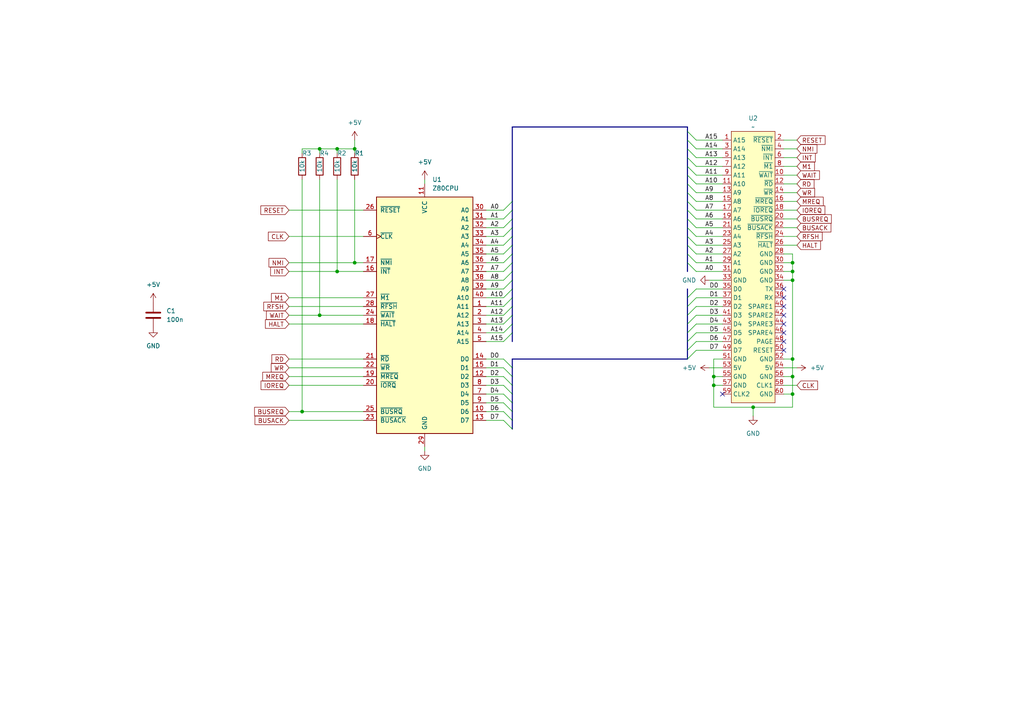
<source format=kicad_sch>
(kicad_sch
	(version 20231120)
	(generator "eeschema")
	(generator_version "8.0")
	(uuid "ea6667dd-8649-46a6-9195-4536e4a47e4b")
	(paper "A4")
	(lib_symbols
		(symbol "CPU:Z80CPU"
			(pin_names
				(offset 1.016)
			)
			(exclude_from_sim no)
			(in_bom yes)
			(on_board yes)
			(property "Reference" "U"
				(at -13.97 35.56 0)
				(effects
					(font
						(size 1.27 1.27)
					)
					(justify left)
				)
			)
			(property "Value" "Z80CPU"
				(at 6.35 35.56 0)
				(effects
					(font
						(size 1.27 1.27)
					)
					(justify left)
				)
			)
			(property "Footprint" ""
				(at 0 10.16 0)
				(effects
					(font
						(size 1.27 1.27)
					)
					(hide yes)
				)
			)
			(property "Datasheet" "www.zilog.com/manage_directlink.php?filepath=docs/z80/um0080"
				(at 0 10.16 0)
				(effects
					(font
						(size 1.27 1.27)
					)
					(hide yes)
				)
			)
			(property "Description" "8-bit General Purpose Microprocessor, DIP-40"
				(at 0 0 0)
				(effects
					(font
						(size 1.27 1.27)
					)
					(hide yes)
				)
			)
			(property "ki_keywords" "Z80 CPU uP"
				(at 0 0 0)
				(effects
					(font
						(size 1.27 1.27)
					)
					(hide yes)
				)
			)
			(property "ki_fp_filters" "DIP* PDIP*"
				(at 0 0 0)
				(effects
					(font
						(size 1.27 1.27)
					)
					(hide yes)
				)
			)
			(symbol "Z80CPU_0_1"
				(rectangle
					(start -13.97 34.29)
					(end 13.97 -34.29)
					(stroke
						(width 0.254)
						(type default)
					)
					(fill
						(type background)
					)
				)
			)
			(symbol "Z80CPU_1_1"
				(pin output line
					(at 17.78 2.54 180)
					(length 3.81)
					(name "A11"
						(effects
							(font
								(size 1.27 1.27)
							)
						)
					)
					(number "1"
						(effects
							(font
								(size 1.27 1.27)
							)
						)
					)
				)
				(pin bidirectional line
					(at 17.78 -27.94 180)
					(length 3.81)
					(name "D6"
						(effects
							(font
								(size 1.27 1.27)
							)
						)
					)
					(number "10"
						(effects
							(font
								(size 1.27 1.27)
							)
						)
					)
				)
				(pin power_in line
					(at 0 38.1 270)
					(length 3.81)
					(name "VCC"
						(effects
							(font
								(size 1.27 1.27)
							)
						)
					)
					(number "11"
						(effects
							(font
								(size 1.27 1.27)
							)
						)
					)
				)
				(pin bidirectional line
					(at 17.78 -17.78 180)
					(length 3.81)
					(name "D2"
						(effects
							(font
								(size 1.27 1.27)
							)
						)
					)
					(number "12"
						(effects
							(font
								(size 1.27 1.27)
							)
						)
					)
				)
				(pin bidirectional line
					(at 17.78 -30.48 180)
					(length 3.81)
					(name "D7"
						(effects
							(font
								(size 1.27 1.27)
							)
						)
					)
					(number "13"
						(effects
							(font
								(size 1.27 1.27)
							)
						)
					)
				)
				(pin bidirectional line
					(at 17.78 -12.7 180)
					(length 3.81)
					(name "D0"
						(effects
							(font
								(size 1.27 1.27)
							)
						)
					)
					(number "14"
						(effects
							(font
								(size 1.27 1.27)
							)
						)
					)
				)
				(pin bidirectional line
					(at 17.78 -15.24 180)
					(length 3.81)
					(name "D1"
						(effects
							(font
								(size 1.27 1.27)
							)
						)
					)
					(number "15"
						(effects
							(font
								(size 1.27 1.27)
							)
						)
					)
				)
				(pin input line
					(at -17.78 12.7 0)
					(length 3.81)
					(name "~{INT}"
						(effects
							(font
								(size 1.27 1.27)
							)
						)
					)
					(number "16"
						(effects
							(font
								(size 1.27 1.27)
							)
						)
					)
				)
				(pin input line
					(at -17.78 15.24 0)
					(length 3.81)
					(name "~{NMI}"
						(effects
							(font
								(size 1.27 1.27)
							)
						)
					)
					(number "17"
						(effects
							(font
								(size 1.27 1.27)
							)
						)
					)
				)
				(pin output line
					(at -17.78 -2.54 0)
					(length 3.81)
					(name "~{HALT}"
						(effects
							(font
								(size 1.27 1.27)
							)
						)
					)
					(number "18"
						(effects
							(font
								(size 1.27 1.27)
							)
						)
					)
				)
				(pin output line
					(at -17.78 -17.78 0)
					(length 3.81)
					(name "~{MREQ}"
						(effects
							(font
								(size 1.27 1.27)
							)
						)
					)
					(number "19"
						(effects
							(font
								(size 1.27 1.27)
							)
						)
					)
				)
				(pin output line
					(at 17.78 0 180)
					(length 3.81)
					(name "A12"
						(effects
							(font
								(size 1.27 1.27)
							)
						)
					)
					(number "2"
						(effects
							(font
								(size 1.27 1.27)
							)
						)
					)
				)
				(pin output line
					(at -17.78 -20.32 0)
					(length 3.81)
					(name "~{IORQ}"
						(effects
							(font
								(size 1.27 1.27)
							)
						)
					)
					(number "20"
						(effects
							(font
								(size 1.27 1.27)
							)
						)
					)
				)
				(pin output line
					(at -17.78 -12.7 0)
					(length 3.81)
					(name "~{RD}"
						(effects
							(font
								(size 1.27 1.27)
							)
						)
					)
					(number "21"
						(effects
							(font
								(size 1.27 1.27)
							)
						)
					)
				)
				(pin output line
					(at -17.78 -15.24 0)
					(length 3.81)
					(name "~{WR}"
						(effects
							(font
								(size 1.27 1.27)
							)
						)
					)
					(number "22"
						(effects
							(font
								(size 1.27 1.27)
							)
						)
					)
				)
				(pin output line
					(at -17.78 -30.48 0)
					(length 3.81)
					(name "~{BUSACK}"
						(effects
							(font
								(size 1.27 1.27)
							)
						)
					)
					(number "23"
						(effects
							(font
								(size 1.27 1.27)
							)
						)
					)
				)
				(pin input line
					(at -17.78 0 0)
					(length 3.81)
					(name "~{WAIT}"
						(effects
							(font
								(size 1.27 1.27)
							)
						)
					)
					(number "24"
						(effects
							(font
								(size 1.27 1.27)
							)
						)
					)
				)
				(pin input line
					(at -17.78 -27.94 0)
					(length 3.81)
					(name "~{BUSRQ}"
						(effects
							(font
								(size 1.27 1.27)
							)
						)
					)
					(number "25"
						(effects
							(font
								(size 1.27 1.27)
							)
						)
					)
				)
				(pin input line
					(at -17.78 30.48 0)
					(length 3.81)
					(name "~{RESET}"
						(effects
							(font
								(size 1.27 1.27)
							)
						)
					)
					(number "26"
						(effects
							(font
								(size 1.27 1.27)
							)
						)
					)
				)
				(pin output line
					(at -17.78 5.08 0)
					(length 3.81)
					(name "~{M1}"
						(effects
							(font
								(size 1.27 1.27)
							)
						)
					)
					(number "27"
						(effects
							(font
								(size 1.27 1.27)
							)
						)
					)
				)
				(pin output line
					(at -17.78 2.54 0)
					(length 3.81)
					(name "~{RFSH}"
						(effects
							(font
								(size 1.27 1.27)
							)
						)
					)
					(number "28"
						(effects
							(font
								(size 1.27 1.27)
							)
						)
					)
				)
				(pin power_in line
					(at 0 -38.1 90)
					(length 3.81)
					(name "GND"
						(effects
							(font
								(size 1.27 1.27)
							)
						)
					)
					(number "29"
						(effects
							(font
								(size 1.27 1.27)
							)
						)
					)
				)
				(pin output line
					(at 17.78 -2.54 180)
					(length 3.81)
					(name "A13"
						(effects
							(font
								(size 1.27 1.27)
							)
						)
					)
					(number "3"
						(effects
							(font
								(size 1.27 1.27)
							)
						)
					)
				)
				(pin output line
					(at 17.78 30.48 180)
					(length 3.81)
					(name "A0"
						(effects
							(font
								(size 1.27 1.27)
							)
						)
					)
					(number "30"
						(effects
							(font
								(size 1.27 1.27)
							)
						)
					)
				)
				(pin output line
					(at 17.78 27.94 180)
					(length 3.81)
					(name "A1"
						(effects
							(font
								(size 1.27 1.27)
							)
						)
					)
					(number "31"
						(effects
							(font
								(size 1.27 1.27)
							)
						)
					)
				)
				(pin output line
					(at 17.78 25.4 180)
					(length 3.81)
					(name "A2"
						(effects
							(font
								(size 1.27 1.27)
							)
						)
					)
					(number "32"
						(effects
							(font
								(size 1.27 1.27)
							)
						)
					)
				)
				(pin output line
					(at 17.78 22.86 180)
					(length 3.81)
					(name "A3"
						(effects
							(font
								(size 1.27 1.27)
							)
						)
					)
					(number "33"
						(effects
							(font
								(size 1.27 1.27)
							)
						)
					)
				)
				(pin output line
					(at 17.78 20.32 180)
					(length 3.81)
					(name "A4"
						(effects
							(font
								(size 1.27 1.27)
							)
						)
					)
					(number "34"
						(effects
							(font
								(size 1.27 1.27)
							)
						)
					)
				)
				(pin output line
					(at 17.78 17.78 180)
					(length 3.81)
					(name "A5"
						(effects
							(font
								(size 1.27 1.27)
							)
						)
					)
					(number "35"
						(effects
							(font
								(size 1.27 1.27)
							)
						)
					)
				)
				(pin output line
					(at 17.78 15.24 180)
					(length 3.81)
					(name "A6"
						(effects
							(font
								(size 1.27 1.27)
							)
						)
					)
					(number "36"
						(effects
							(font
								(size 1.27 1.27)
							)
						)
					)
				)
				(pin output line
					(at 17.78 12.7 180)
					(length 3.81)
					(name "A7"
						(effects
							(font
								(size 1.27 1.27)
							)
						)
					)
					(number "37"
						(effects
							(font
								(size 1.27 1.27)
							)
						)
					)
				)
				(pin output line
					(at 17.78 10.16 180)
					(length 3.81)
					(name "A8"
						(effects
							(font
								(size 1.27 1.27)
							)
						)
					)
					(number "38"
						(effects
							(font
								(size 1.27 1.27)
							)
						)
					)
				)
				(pin output line
					(at 17.78 7.62 180)
					(length 3.81)
					(name "A9"
						(effects
							(font
								(size 1.27 1.27)
							)
						)
					)
					(number "39"
						(effects
							(font
								(size 1.27 1.27)
							)
						)
					)
				)
				(pin output line
					(at 17.78 -5.08 180)
					(length 3.81)
					(name "A14"
						(effects
							(font
								(size 1.27 1.27)
							)
						)
					)
					(number "4"
						(effects
							(font
								(size 1.27 1.27)
							)
						)
					)
				)
				(pin output line
					(at 17.78 5.08 180)
					(length 3.81)
					(name "A10"
						(effects
							(font
								(size 1.27 1.27)
							)
						)
					)
					(number "40"
						(effects
							(font
								(size 1.27 1.27)
							)
						)
					)
				)
				(pin output line
					(at 17.78 -7.62 180)
					(length 3.81)
					(name "A15"
						(effects
							(font
								(size 1.27 1.27)
							)
						)
					)
					(number "5"
						(effects
							(font
								(size 1.27 1.27)
							)
						)
					)
				)
				(pin input clock
					(at -17.78 22.86 0)
					(length 3.81)
					(name "~{CLK}"
						(effects
							(font
								(size 1.27 1.27)
							)
						)
					)
					(number "6"
						(effects
							(font
								(size 1.27 1.27)
							)
						)
					)
				)
				(pin bidirectional line
					(at 17.78 -22.86 180)
					(length 3.81)
					(name "D4"
						(effects
							(font
								(size 1.27 1.27)
							)
						)
					)
					(number "7"
						(effects
							(font
								(size 1.27 1.27)
							)
						)
					)
				)
				(pin bidirectional line
					(at 17.78 -20.32 180)
					(length 3.81)
					(name "D3"
						(effects
							(font
								(size 1.27 1.27)
							)
						)
					)
					(number "8"
						(effects
							(font
								(size 1.27 1.27)
							)
						)
					)
				)
				(pin bidirectional line
					(at 17.78 -25.4 180)
					(length 3.81)
					(name "D5"
						(effects
							(font
								(size 1.27 1.27)
							)
						)
					)
					(number "9"
						(effects
							(font
								(size 1.27 1.27)
							)
						)
					)
				)
			)
		)
		(symbol "Device:C"
			(pin_numbers hide)
			(pin_names
				(offset 0.254)
			)
			(exclude_from_sim no)
			(in_bom yes)
			(on_board yes)
			(property "Reference" "C"
				(at 0.635 2.54 0)
				(effects
					(font
						(size 1.27 1.27)
					)
					(justify left)
				)
			)
			(property "Value" "C"
				(at 0.635 -2.54 0)
				(effects
					(font
						(size 1.27 1.27)
					)
					(justify left)
				)
			)
			(property "Footprint" ""
				(at 0.9652 -3.81 0)
				(effects
					(font
						(size 1.27 1.27)
					)
					(hide yes)
				)
			)
			(property "Datasheet" "~"
				(at 0 0 0)
				(effects
					(font
						(size 1.27 1.27)
					)
					(hide yes)
				)
			)
			(property "Description" "Unpolarized capacitor"
				(at 0 0 0)
				(effects
					(font
						(size 1.27 1.27)
					)
					(hide yes)
				)
			)
			(property "ki_keywords" "cap capacitor"
				(at 0 0 0)
				(effects
					(font
						(size 1.27 1.27)
					)
					(hide yes)
				)
			)
			(property "ki_fp_filters" "C_*"
				(at 0 0 0)
				(effects
					(font
						(size 1.27 1.27)
					)
					(hide yes)
				)
			)
			(symbol "C_0_1"
				(polyline
					(pts
						(xy -2.032 -0.762) (xy 2.032 -0.762)
					)
					(stroke
						(width 0.508)
						(type default)
					)
					(fill
						(type none)
					)
				)
				(polyline
					(pts
						(xy -2.032 0.762) (xy 2.032 0.762)
					)
					(stroke
						(width 0.508)
						(type default)
					)
					(fill
						(type none)
					)
				)
			)
			(symbol "C_1_1"
				(pin passive line
					(at 0 3.81 270)
					(length 2.794)
					(name "~"
						(effects
							(font
								(size 1.27 1.27)
							)
						)
					)
					(number "1"
						(effects
							(font
								(size 1.27 1.27)
							)
						)
					)
				)
				(pin passive line
					(at 0 -3.81 90)
					(length 2.794)
					(name "~"
						(effects
							(font
								(size 1.27 1.27)
							)
						)
					)
					(number "2"
						(effects
							(font
								(size 1.27 1.27)
							)
						)
					)
				)
			)
		)
		(symbol "Device:R"
			(pin_numbers hide)
			(pin_names
				(offset 0)
			)
			(exclude_from_sim no)
			(in_bom yes)
			(on_board yes)
			(property "Reference" "R"
				(at 2.032 0 90)
				(effects
					(font
						(size 1.27 1.27)
					)
				)
			)
			(property "Value" "R"
				(at 0 0 90)
				(effects
					(font
						(size 1.27 1.27)
					)
				)
			)
			(property "Footprint" ""
				(at -1.778 0 90)
				(effects
					(font
						(size 1.27 1.27)
					)
					(hide yes)
				)
			)
			(property "Datasheet" "~"
				(at 0 0 0)
				(effects
					(font
						(size 1.27 1.27)
					)
					(hide yes)
				)
			)
			(property "Description" "Resistor"
				(at 0 0 0)
				(effects
					(font
						(size 1.27 1.27)
					)
					(hide yes)
				)
			)
			(property "ki_keywords" "R res resistor"
				(at 0 0 0)
				(effects
					(font
						(size 1.27 1.27)
					)
					(hide yes)
				)
			)
			(property "ki_fp_filters" "R_*"
				(at 0 0 0)
				(effects
					(font
						(size 1.27 1.27)
					)
					(hide yes)
				)
			)
			(symbol "R_0_1"
				(rectangle
					(start -1.016 -2.54)
					(end 1.016 2.54)
					(stroke
						(width 0.254)
						(type default)
					)
					(fill
						(type none)
					)
				)
			)
			(symbol "R_1_1"
				(pin passive line
					(at 0 3.81 270)
					(length 1.27)
					(name "~"
						(effects
							(font
								(size 1.27 1.27)
							)
						)
					)
					(number "1"
						(effects
							(font
								(size 1.27 1.27)
							)
						)
					)
				)
				(pin passive line
					(at 0 -3.81 90)
					(length 1.27)
					(name "~"
						(effects
							(font
								(size 1.27 1.27)
							)
						)
					)
					(number "2"
						(effects
							(font
								(size 1.27 1.27)
							)
						)
					)
				)
			)
		)
		(symbol "power:+5V"
			(power)
			(pin_numbers hide)
			(pin_names
				(offset 0) hide)
			(exclude_from_sim no)
			(in_bom yes)
			(on_board yes)
			(property "Reference" "#PWR"
				(at 0 -3.81 0)
				(effects
					(font
						(size 1.27 1.27)
					)
					(hide yes)
				)
			)
			(property "Value" "+5V"
				(at 0 3.556 0)
				(effects
					(font
						(size 1.27 1.27)
					)
				)
			)
			(property "Footprint" ""
				(at 0 0 0)
				(effects
					(font
						(size 1.27 1.27)
					)
					(hide yes)
				)
			)
			(property "Datasheet" ""
				(at 0 0 0)
				(effects
					(font
						(size 1.27 1.27)
					)
					(hide yes)
				)
			)
			(property "Description" "Power symbol creates a global label with name \"+5V\""
				(at 0 0 0)
				(effects
					(font
						(size 1.27 1.27)
					)
					(hide yes)
				)
			)
			(property "ki_keywords" "global power"
				(at 0 0 0)
				(effects
					(font
						(size 1.27 1.27)
					)
					(hide yes)
				)
			)
			(symbol "+5V_0_1"
				(polyline
					(pts
						(xy -0.762 1.27) (xy 0 2.54)
					)
					(stroke
						(width 0)
						(type default)
					)
					(fill
						(type none)
					)
				)
				(polyline
					(pts
						(xy 0 0) (xy 0 2.54)
					)
					(stroke
						(width 0)
						(type default)
					)
					(fill
						(type none)
					)
				)
				(polyline
					(pts
						(xy 0 2.54) (xy 0.762 1.27)
					)
					(stroke
						(width 0)
						(type default)
					)
					(fill
						(type none)
					)
				)
			)
			(symbol "+5V_1_1"
				(pin power_in line
					(at 0 0 90)
					(length 0)
					(name "~"
						(effects
							(font
								(size 1.27 1.27)
							)
						)
					)
					(number "1"
						(effects
							(font
								(size 1.27 1.27)
							)
						)
					)
				)
			)
		)
		(symbol "power:GND"
			(power)
			(pin_numbers hide)
			(pin_names
				(offset 0) hide)
			(exclude_from_sim no)
			(in_bom yes)
			(on_board yes)
			(property "Reference" "#PWR"
				(at 0 -6.35 0)
				(effects
					(font
						(size 1.27 1.27)
					)
					(hide yes)
				)
			)
			(property "Value" "GND"
				(at 0 -3.81 0)
				(effects
					(font
						(size 1.27 1.27)
					)
				)
			)
			(property "Footprint" ""
				(at 0 0 0)
				(effects
					(font
						(size 1.27 1.27)
					)
					(hide yes)
				)
			)
			(property "Datasheet" ""
				(at 0 0 0)
				(effects
					(font
						(size 1.27 1.27)
					)
					(hide yes)
				)
			)
			(property "Description" "Power symbol creates a global label with name \"GND\" , ground"
				(at 0 0 0)
				(effects
					(font
						(size 1.27 1.27)
					)
					(hide yes)
				)
			)
			(property "ki_keywords" "global power"
				(at 0 0 0)
				(effects
					(font
						(size 1.27 1.27)
					)
					(hide yes)
				)
			)
			(symbol "GND_0_1"
				(polyline
					(pts
						(xy 0 0) (xy 0 -1.27) (xy 1.27 -1.27) (xy 0 -2.54) (xy -1.27 -1.27) (xy 0 -1.27)
					)
					(stroke
						(width 0)
						(type default)
					)
					(fill
						(type none)
					)
				)
			)
			(symbol "GND_1_1"
				(pin power_in line
					(at 0 0 270)
					(length 0)
					(name "~"
						(effects
							(font
								(size 1.27 1.27)
							)
						)
					)
					(number "1"
						(effects
							(font
								(size 1.27 1.27)
							)
						)
					)
				)
			)
		)
		(symbol "rc2014:Busconnector"
			(exclude_from_sim no)
			(in_bom yes)
			(on_board yes)
			(property "Reference" "U"
				(at 0 48.514 0)
				(effects
					(font
						(size 1.27 1.27)
					)
				)
			)
			(property "Value" ""
				(at 0 0 0)
				(effects
					(font
						(size 1.27 1.27)
					)
				)
			)
			(property "Footprint" ""
				(at 0 0 0)
				(effects
					(font
						(size 1.27 1.27)
					)
					(hide yes)
				)
			)
			(property "Datasheet" ""
				(at 0 0 0)
				(effects
					(font
						(size 1.27 1.27)
					)
					(hide yes)
				)
			)
			(property "Description" ""
				(at 0 0 0)
				(effects
					(font
						(size 1.27 1.27)
					)
					(hide yes)
				)
			)
			(symbol "Busconnector_1_1"
				(rectangle
					(start -6.35 46.99)
					(end 6.35 -31.75)
					(stroke
						(width 0)
						(type default)
					)
					(fill
						(type background)
					)
				)
				(pin bidirectional line
					(at -8.89 44.45 0)
					(length 2.54)
					(name "A15"
						(effects
							(font
								(size 1.27 1.27)
							)
						)
					)
					(number "1"
						(effects
							(font
								(size 1.27 1.27)
							)
						)
					)
				)
				(pin bidirectional line
					(at 8.89 34.29 180)
					(length 2.54)
					(name "~{WAIT}"
						(effects
							(font
								(size 1.27 1.27)
							)
						)
					)
					(number "10"
						(effects
							(font
								(size 1.27 1.27)
							)
						)
					)
				)
				(pin bidirectional line
					(at -8.89 31.75 0)
					(length 2.54)
					(name "A10"
						(effects
							(font
								(size 1.27 1.27)
							)
						)
					)
					(number "11"
						(effects
							(font
								(size 1.27 1.27)
							)
						)
					)
				)
				(pin bidirectional line
					(at 8.89 31.75 180)
					(length 2.54)
					(name "~{RD}"
						(effects
							(font
								(size 1.27 1.27)
							)
						)
					)
					(number "12"
						(effects
							(font
								(size 1.27 1.27)
							)
						)
					)
				)
				(pin bidirectional line
					(at -8.89 29.21 0)
					(length 2.54)
					(name "A9"
						(effects
							(font
								(size 1.27 1.27)
							)
						)
					)
					(number "13"
						(effects
							(font
								(size 1.27 1.27)
							)
						)
					)
				)
				(pin bidirectional line
					(at 8.89 29.21 180)
					(length 2.54)
					(name "~{WR}"
						(effects
							(font
								(size 1.27 1.27)
							)
						)
					)
					(number "14"
						(effects
							(font
								(size 1.27 1.27)
							)
						)
					)
				)
				(pin bidirectional line
					(at -8.89 26.67 0)
					(length 2.54)
					(name "A8"
						(effects
							(font
								(size 1.27 1.27)
							)
						)
					)
					(number "15"
						(effects
							(font
								(size 1.27 1.27)
							)
						)
					)
				)
				(pin bidirectional line
					(at 8.89 26.67 180)
					(length 2.54)
					(name "~{MREQ}"
						(effects
							(font
								(size 1.27 1.27)
							)
						)
					)
					(number "16"
						(effects
							(font
								(size 1.27 1.27)
							)
						)
					)
				)
				(pin bidirectional line
					(at -8.89 24.13 0)
					(length 2.54)
					(name "A7"
						(effects
							(font
								(size 1.27 1.27)
							)
						)
					)
					(number "17"
						(effects
							(font
								(size 1.27 1.27)
							)
						)
					)
				)
				(pin bidirectional line
					(at 8.89 24.13 180)
					(length 2.54)
					(name "~{IOREQ}"
						(effects
							(font
								(size 1.27 1.27)
							)
						)
					)
					(number "18"
						(effects
							(font
								(size 1.27 1.27)
							)
						)
					)
				)
				(pin bidirectional line
					(at -8.89 21.59 0)
					(length 2.54)
					(name "A6"
						(effects
							(font
								(size 1.27 1.27)
							)
						)
					)
					(number "19"
						(effects
							(font
								(size 1.27 1.27)
							)
						)
					)
				)
				(pin bidirectional line
					(at 8.89 44.45 180)
					(length 2.54)
					(name "~{RESET}"
						(effects
							(font
								(size 1.27 1.27)
							)
						)
					)
					(number "2"
						(effects
							(font
								(size 1.27 1.27)
							)
						)
					)
				)
				(pin bidirectional line
					(at 8.89 21.59 180)
					(length 2.54)
					(name "~{BUSRQ}"
						(effects
							(font
								(size 1.27 1.27)
							)
						)
					)
					(number "20"
						(effects
							(font
								(size 1.27 1.27)
							)
						)
					)
				)
				(pin bidirectional line
					(at -8.89 19.05 0)
					(length 2.54)
					(name "A5"
						(effects
							(font
								(size 1.27 1.27)
							)
						)
					)
					(number "21"
						(effects
							(font
								(size 1.27 1.27)
							)
						)
					)
				)
				(pin bidirectional line
					(at 8.89 19.05 180)
					(length 2.54)
					(name "~{BUSACK}"
						(effects
							(font
								(size 1.27 1.27)
							)
						)
					)
					(number "22"
						(effects
							(font
								(size 1.27 1.27)
							)
						)
					)
				)
				(pin bidirectional line
					(at -8.89 16.51 0)
					(length 2.54)
					(name "A4"
						(effects
							(font
								(size 1.27 1.27)
							)
						)
					)
					(number "23"
						(effects
							(font
								(size 1.27 1.27)
							)
						)
					)
				)
				(pin bidirectional line
					(at 8.89 16.51 180)
					(length 2.54)
					(name "~{RFSH}"
						(effects
							(font
								(size 1.27 1.27)
							)
						)
					)
					(number "24"
						(effects
							(font
								(size 1.27 1.27)
							)
						)
					)
				)
				(pin bidirectional line
					(at -8.89 13.97 0)
					(length 2.54)
					(name "A3"
						(effects
							(font
								(size 1.27 1.27)
							)
						)
					)
					(number "25"
						(effects
							(font
								(size 1.27 1.27)
							)
						)
					)
				)
				(pin bidirectional line
					(at 8.89 13.97 180)
					(length 2.54)
					(name "~{HALT}"
						(effects
							(font
								(size 1.27 1.27)
							)
						)
					)
					(number "26"
						(effects
							(font
								(size 1.27 1.27)
							)
						)
					)
				)
				(pin bidirectional line
					(at -8.89 11.43 0)
					(length 2.54)
					(name "A2"
						(effects
							(font
								(size 1.27 1.27)
							)
						)
					)
					(number "27"
						(effects
							(font
								(size 1.27 1.27)
							)
						)
					)
				)
				(pin power_in line
					(at 8.89 11.43 180)
					(length 2.54)
					(name "GND"
						(effects
							(font
								(size 1.27 1.27)
							)
						)
					)
					(number "28"
						(effects
							(font
								(size 1.27 1.27)
							)
						)
					)
				)
				(pin bidirectional line
					(at -8.89 8.89 0)
					(length 2.54)
					(name "A1"
						(effects
							(font
								(size 1.27 1.27)
							)
						)
					)
					(number "29"
						(effects
							(font
								(size 1.27 1.27)
							)
						)
					)
				)
				(pin bidirectional line
					(at -8.89 41.91 0)
					(length 2.54)
					(name "A14"
						(effects
							(font
								(size 1.27 1.27)
							)
						)
					)
					(number "3"
						(effects
							(font
								(size 1.27 1.27)
							)
						)
					)
				)
				(pin power_in line
					(at 8.89 8.89 180)
					(length 2.54)
					(name "GND"
						(effects
							(font
								(size 1.27 1.27)
							)
						)
					)
					(number "30"
						(effects
							(font
								(size 1.27 1.27)
							)
						)
					)
				)
				(pin bidirectional line
					(at -8.89 6.35 0)
					(length 2.54)
					(name "A0"
						(effects
							(font
								(size 1.27 1.27)
							)
						)
					)
					(number "31"
						(effects
							(font
								(size 1.27 1.27)
							)
						)
					)
				)
				(pin power_in line
					(at 8.89 6.35 180)
					(length 2.54)
					(name "GND"
						(effects
							(font
								(size 1.27 1.27)
							)
						)
					)
					(number "32"
						(effects
							(font
								(size 1.27 1.27)
							)
						)
					)
				)
				(pin power_in line
					(at -8.89 3.81 0)
					(length 2.54)
					(name "GND"
						(effects
							(font
								(size 1.27 1.27)
							)
						)
					)
					(number "33"
						(effects
							(font
								(size 1.27 1.27)
							)
						)
					)
				)
				(pin power_in line
					(at 8.89 3.81 180)
					(length 2.54)
					(name "GND"
						(effects
							(font
								(size 1.27 1.27)
							)
						)
					)
					(number "34"
						(effects
							(font
								(size 1.27 1.27)
							)
						)
					)
				)
				(pin bidirectional line
					(at -8.89 1.27 0)
					(length 2.54)
					(name "D0"
						(effects
							(font
								(size 1.27 1.27)
							)
						)
					)
					(number "35"
						(effects
							(font
								(size 1.27 1.27)
							)
						)
					)
				)
				(pin bidirectional line
					(at 8.89 1.27 180)
					(length 2.54)
					(name "TX"
						(effects
							(font
								(size 1.27 1.27)
							)
						)
					)
					(number "36"
						(effects
							(font
								(size 1.27 1.27)
							)
						)
					)
				)
				(pin bidirectional line
					(at -8.89 -1.27 0)
					(length 2.54)
					(name "D1"
						(effects
							(font
								(size 1.27 1.27)
							)
						)
					)
					(number "37"
						(effects
							(font
								(size 1.27 1.27)
							)
						)
					)
				)
				(pin bidirectional line
					(at 8.89 -1.27 180)
					(length 2.54)
					(name "RX"
						(effects
							(font
								(size 1.27 1.27)
							)
						)
					)
					(number "38"
						(effects
							(font
								(size 1.27 1.27)
							)
						)
					)
				)
				(pin bidirectional line
					(at -8.89 -3.81 0)
					(length 2.54)
					(name "D2"
						(effects
							(font
								(size 1.27 1.27)
							)
						)
					)
					(number "39"
						(effects
							(font
								(size 1.27 1.27)
							)
						)
					)
				)
				(pin bidirectional line
					(at 8.89 41.91 180)
					(length 2.54)
					(name "~{NMI}"
						(effects
							(font
								(size 1.27 1.27)
							)
						)
					)
					(number "4"
						(effects
							(font
								(size 1.27 1.27)
							)
						)
					)
				)
				(pin bidirectional line
					(at 8.89 -3.81 180)
					(length 2.54)
					(name "SPARE1"
						(effects
							(font
								(size 1.27 1.27)
							)
						)
					)
					(number "40"
						(effects
							(font
								(size 1.27 1.27)
							)
						)
					)
				)
				(pin bidirectional line
					(at -8.89 -6.35 0)
					(length 2.54)
					(name "D3"
						(effects
							(font
								(size 1.27 1.27)
							)
						)
					)
					(number "41"
						(effects
							(font
								(size 1.27 1.27)
							)
						)
					)
				)
				(pin bidirectional line
					(at 8.89 -6.35 180)
					(length 2.54)
					(name "SPARE2"
						(effects
							(font
								(size 1.27 1.27)
							)
						)
					)
					(number "42"
						(effects
							(font
								(size 1.27 1.27)
							)
						)
					)
				)
				(pin bidirectional line
					(at -8.89 -8.89 0)
					(length 2.54)
					(name "D4"
						(effects
							(font
								(size 1.27 1.27)
							)
						)
					)
					(number "43"
						(effects
							(font
								(size 1.27 1.27)
							)
						)
					)
				)
				(pin bidirectional line
					(at 8.89 -8.89 180)
					(length 2.54)
					(name "SPARE3"
						(effects
							(font
								(size 1.27 1.27)
							)
						)
					)
					(number "44"
						(effects
							(font
								(size 1.27 1.27)
							)
						)
					)
				)
				(pin bidirectional line
					(at -8.89 -11.43 0)
					(length 2.54)
					(name "D5"
						(effects
							(font
								(size 1.27 1.27)
							)
						)
					)
					(number "45"
						(effects
							(font
								(size 1.27 1.27)
							)
						)
					)
				)
				(pin bidirectional line
					(at 8.89 -11.43 180)
					(length 2.54)
					(name "SPARE4"
						(effects
							(font
								(size 1.27 1.27)
							)
						)
					)
					(number "46"
						(effects
							(font
								(size 1.27 1.27)
							)
						)
					)
				)
				(pin bidirectional line
					(at -8.89 -13.97 0)
					(length 2.54)
					(name "D6"
						(effects
							(font
								(size 1.27 1.27)
							)
						)
					)
					(number "47"
						(effects
							(font
								(size 1.27 1.27)
							)
						)
					)
				)
				(pin bidirectional line
					(at 8.89 -13.97 180)
					(length 2.54)
					(name "PAGE"
						(effects
							(font
								(size 1.27 1.27)
							)
						)
					)
					(number "48"
						(effects
							(font
								(size 1.27 1.27)
							)
						)
					)
				)
				(pin bidirectional line
					(at -8.89 -16.51 0)
					(length 2.54)
					(name "D7"
						(effects
							(font
								(size 1.27 1.27)
							)
						)
					)
					(number "49"
						(effects
							(font
								(size 1.27 1.27)
							)
						)
					)
				)
				(pin bidirectional line
					(at -8.89 39.37 0)
					(length 2.54)
					(name "A13"
						(effects
							(font
								(size 1.27 1.27)
							)
						)
					)
					(number "5"
						(effects
							(font
								(size 1.27 1.27)
							)
						)
					)
				)
				(pin bidirectional line
					(at 8.89 -16.51 180)
					(length 2.54)
					(name "RESET"
						(effects
							(font
								(size 1.27 1.27)
							)
						)
					)
					(number "50"
						(effects
							(font
								(size 1.27 1.27)
							)
						)
					)
				)
				(pin power_out line
					(at -8.89 -19.05 0)
					(length 2.54)
					(name "GND"
						(effects
							(font
								(size 1.27 1.27)
							)
						)
					)
					(number "51"
						(effects
							(font
								(size 1.27 1.27)
							)
						)
					)
				)
				(pin power_in line
					(at 8.89 -19.05 180)
					(length 2.54)
					(name "GND"
						(effects
							(font
								(size 1.27 1.27)
							)
						)
					)
					(number "52"
						(effects
							(font
								(size 1.27 1.27)
							)
						)
					)
				)
				(pin power_out line
					(at -8.89 -21.59 0)
					(length 2.54)
					(name "5V"
						(effects
							(font
								(size 1.27 1.27)
							)
						)
					)
					(number "53"
						(effects
							(font
								(size 1.27 1.27)
							)
						)
					)
				)
				(pin power_in line
					(at 8.89 -21.59 180)
					(length 2.54)
					(name "5V"
						(effects
							(font
								(size 1.27 1.27)
							)
						)
					)
					(number "54"
						(effects
							(font
								(size 1.27 1.27)
							)
						)
					)
				)
				(pin power_in line
					(at -8.89 -24.13 0)
					(length 2.54)
					(name "GND"
						(effects
							(font
								(size 1.27 1.27)
							)
						)
					)
					(number "55"
						(effects
							(font
								(size 1.27 1.27)
							)
						)
					)
				)
				(pin power_in line
					(at 8.89 -24.13 180)
					(length 2.54)
					(name "GND"
						(effects
							(font
								(size 1.27 1.27)
							)
						)
					)
					(number "56"
						(effects
							(font
								(size 1.27 1.27)
							)
						)
					)
				)
				(pin power_in line
					(at -8.89 -26.67 0)
					(length 2.54)
					(name "GND"
						(effects
							(font
								(size 1.27 1.27)
							)
						)
					)
					(number "57"
						(effects
							(font
								(size 1.27 1.27)
							)
						)
					)
				)
				(pin bidirectional line
					(at 8.89 -26.67 180)
					(length 2.54)
					(name "CLK1"
						(effects
							(font
								(size 1.27 1.27)
							)
						)
					)
					(number "58"
						(effects
							(font
								(size 1.27 1.27)
							)
						)
					)
				)
				(pin bidirectional line
					(at -8.89 -29.21 0)
					(length 2.54)
					(name "CLK2"
						(effects
							(font
								(size 1.27 1.27)
							)
						)
					)
					(number "59"
						(effects
							(font
								(size 1.27 1.27)
							)
						)
					)
				)
				(pin bidirectional line
					(at 8.89 39.37 180)
					(length 2.54)
					(name "~{INT}"
						(effects
							(font
								(size 1.27 1.27)
							)
						)
					)
					(number "6"
						(effects
							(font
								(size 1.27 1.27)
							)
						)
					)
				)
				(pin power_in line
					(at 8.89 -29.21 180)
					(length 2.54)
					(name "GND"
						(effects
							(font
								(size 1.27 1.27)
							)
						)
					)
					(number "60"
						(effects
							(font
								(size 1.27 1.27)
							)
						)
					)
				)
				(pin bidirectional line
					(at -8.89 36.83 0)
					(length 2.54)
					(name "A12"
						(effects
							(font
								(size 1.27 1.27)
							)
						)
					)
					(number "7"
						(effects
							(font
								(size 1.27 1.27)
							)
						)
					)
				)
				(pin bidirectional line
					(at 8.89 36.83 180)
					(length 2.54)
					(name "~{M1}"
						(effects
							(font
								(size 1.27 1.27)
							)
						)
					)
					(number "8"
						(effects
							(font
								(size 1.27 1.27)
							)
						)
					)
				)
				(pin bidirectional line
					(at -8.89 34.29 0)
					(length 2.54)
					(name "A11"
						(effects
							(font
								(size 1.27 1.27)
							)
						)
					)
					(number "9"
						(effects
							(font
								(size 1.27 1.27)
							)
						)
					)
				)
			)
		)
	)
	(junction
		(at 229.87 76.2)
		(diameter 0)
		(color 0 0 0 0)
		(uuid "0c257204-0059-4544-8401-240a078b25a3")
	)
	(junction
		(at 218.44 118.11)
		(diameter 0)
		(color 0 0 0 0)
		(uuid "13dad3f5-e2f8-4309-bc09-cf75d2464da6")
	)
	(junction
		(at 97.79 78.74)
		(diameter 0)
		(color 0 0 0 0)
		(uuid "272d39bd-21e6-4317-b114-88a74ea2d2ed")
	)
	(junction
		(at 207.01 109.22)
		(diameter 0)
		(color 0 0 0 0)
		(uuid "307b8a67-e24b-4e8e-8b6e-91be619a5b0e")
	)
	(junction
		(at 229.87 81.28)
		(diameter 0)
		(color 0 0 0 0)
		(uuid "48eff280-9b12-4d80-8564-63edffed1fd7")
	)
	(junction
		(at 97.79 43.18)
		(diameter 0)
		(color 0 0 0 0)
		(uuid "5268a061-9117-4f71-a9ff-2bcd52af2608")
	)
	(junction
		(at 102.87 43.18)
		(diameter 0)
		(color 0 0 0 0)
		(uuid "553b8f77-566d-4944-98d5-c803df51dee2")
	)
	(junction
		(at 92.71 91.44)
		(diameter 0)
		(color 0 0 0 0)
		(uuid "5c55df08-13c4-49f6-a7b6-a8da0dbf4927")
	)
	(junction
		(at 229.87 104.14)
		(diameter 0)
		(color 0 0 0 0)
		(uuid "82367971-5aa3-4261-b85b-9386f6013b06")
	)
	(junction
		(at 229.87 114.3)
		(diameter 0)
		(color 0 0 0 0)
		(uuid "85c4da54-87f4-45c0-b321-e5c9d73ed602")
	)
	(junction
		(at 207.01 111.76)
		(diameter 0)
		(color 0 0 0 0)
		(uuid "9e1aed51-aaa2-4c66-9fa4-a3a0a1b2e9f0")
	)
	(junction
		(at 229.87 109.22)
		(diameter 0)
		(color 0 0 0 0)
		(uuid "a6370419-3cb7-4300-a519-97ad8bd9c362")
	)
	(junction
		(at 87.63 119.38)
		(diameter 0)
		(color 0 0 0 0)
		(uuid "c8f899ea-c5a9-4815-9bce-bb57a7578c54")
	)
	(junction
		(at 102.87 76.2)
		(diameter 0)
		(color 0 0 0 0)
		(uuid "dac9fd13-70c5-4ac4-87e7-16f876fb5328")
	)
	(junction
		(at 92.71 43.18)
		(diameter 0)
		(color 0 0 0 0)
		(uuid "ed60236d-c0c1-4d46-915f-e750d4311ba2")
	)
	(junction
		(at 229.87 78.74)
		(diameter 0)
		(color 0 0 0 0)
		(uuid "ef8c4430-96fa-4b84-9df1-51e07a973f1a")
	)
	(no_connect
		(at 227.33 99.06)
		(uuid "4a76419a-459c-4db7-8c25-204975b34ef6")
	)
	(no_connect
		(at 227.33 96.52)
		(uuid "6b00dd13-5a7a-4f07-ba33-47fbbd7ff03b")
	)
	(no_connect
		(at 227.33 86.36)
		(uuid "717ae5fc-e2c9-42b5-bb5e-c548878e1b7e")
	)
	(no_connect
		(at 209.55 114.3)
		(uuid "ae56cb84-7dd9-4245-86de-2b354da3bc92")
	)
	(no_connect
		(at 227.33 91.44)
		(uuid "b448fe72-6016-43a4-87f1-fa330c2b46f5")
	)
	(no_connect
		(at 227.33 101.6)
		(uuid "bbeb82da-6301-4be9-957c-7108f5f56e57")
	)
	(no_connect
		(at 227.33 93.98)
		(uuid "d0d5cb5d-7532-46ca-a144-365ffc6a081c")
	)
	(no_connect
		(at 227.33 83.82)
		(uuid "f07a1d37-d954-4b86-899a-331736b14894")
	)
	(no_connect
		(at 227.33 88.9)
		(uuid "f6fb2396-af5a-42ef-9d31-94578601e8ae")
	)
	(bus_entry
		(at 201.93 78.74)
		(size -2.54 -2.54)
		(stroke
			(width 0)
			(type default)
		)
		(uuid "00d38434-1ab8-438a-a131-2bd60f405837")
	)
	(bus_entry
		(at 199.39 91.44)
		(size 2.54 -2.54)
		(stroke
			(width 0)
			(type default)
		)
		(uuid "013be26d-2423-4e7e-a424-603a65aa422e")
	)
	(bus_entry
		(at 201.93 55.88)
		(size -2.54 -2.54)
		(stroke
			(width 0)
			(type default)
		)
		(uuid "02bb41f7-705d-4bf1-be58-61affcc74e98")
	)
	(bus_entry
		(at 201.93 50.8)
		(size -2.54 -2.54)
		(stroke
			(width 0)
			(type default)
		)
		(uuid "0e583a63-6a2a-4113-b075-bc6d788189d3")
	)
	(bus_entry
		(at 146.05 99.06)
		(size 2.54 -2.54)
		(stroke
			(width 0)
			(type default)
		)
		(uuid "1255cbde-43e1-484f-8b36-488007d95098")
	)
	(bus_entry
		(at 146.05 88.9)
		(size 2.54 -2.54)
		(stroke
			(width 0)
			(type default)
		)
		(uuid "13a0d5e8-c550-4b63-adc4-5791904e5d56")
	)
	(bus_entry
		(at 199.39 88.9)
		(size 2.54 -2.54)
		(stroke
			(width 0)
			(type default)
		)
		(uuid "142ab57a-3867-4429-9ff9-55763c27782f")
	)
	(bus_entry
		(at 146.05 93.98)
		(size 2.54 -2.54)
		(stroke
			(width 0)
			(type default)
		)
		(uuid "1c3ef2db-1b87-4a82-880d-1eee05cbe2b4")
	)
	(bus_entry
		(at 146.05 78.74)
		(size 2.54 -2.54)
		(stroke
			(width 0)
			(type default)
		)
		(uuid "2e8867eb-af90-46d8-a455-7b3b076f1be6")
	)
	(bus_entry
		(at 201.93 53.34)
		(size -2.54 -2.54)
		(stroke
			(width 0)
			(type default)
		)
		(uuid "32d7f9ed-c814-4890-89fa-c3e53513f0bf")
	)
	(bus_entry
		(at 148.59 119.38)
		(size -2.54 -2.54)
		(stroke
			(width 0)
			(type default)
		)
		(uuid "39e80769-6d6b-4b3f-948d-aa57efce03a6")
	)
	(bus_entry
		(at 146.05 76.2)
		(size 2.54 -2.54)
		(stroke
			(width 0)
			(type default)
		)
		(uuid "48a83541-87a1-4269-acb9-f6d5a350424c")
	)
	(bus_entry
		(at 146.05 86.36)
		(size 2.54 -2.54)
		(stroke
			(width 0)
			(type default)
		)
		(uuid "4fad704c-9229-4bf8-9f8b-23ec8dd9a5b4")
	)
	(bus_entry
		(at 201.93 58.42)
		(size -2.54 -2.54)
		(stroke
			(width 0)
			(type default)
		)
		(uuid "5f08454e-21d0-4ab3-bc9b-37e7f721e6af")
	)
	(bus_entry
		(at 199.39 96.52)
		(size 2.54 -2.54)
		(stroke
			(width 0)
			(type default)
		)
		(uuid "66bc1e6a-1668-496e-be17-e7cb1f97c8dc")
	)
	(bus_entry
		(at 146.05 81.28)
		(size 2.54 -2.54)
		(stroke
			(width 0)
			(type default)
		)
		(uuid "68991d1c-9401-499a-8357-743a89373bb5")
	)
	(bus_entry
		(at 199.39 43.18)
		(size 2.54 2.54)
		(stroke
			(width 0)
			(type default)
		)
		(uuid "727b3246-8fb3-499c-a39f-5df8925466f4")
	)
	(bus_entry
		(at 199.39 101.6)
		(size 2.54 -2.54)
		(stroke
			(width 0)
			(type default)
		)
		(uuid "7fbd1437-a097-470b-8c75-f1b00260f18c")
	)
	(bus_entry
		(at 146.05 91.44)
		(size 2.54 -2.54)
		(stroke
			(width 0)
			(type default)
		)
		(uuid "8de0355e-6588-41ed-b25b-7bd4c50aa3b3")
	)
	(bus_entry
		(at 146.05 63.5)
		(size 2.54 -2.54)
		(stroke
			(width 0)
			(type default)
		)
		(uuid "900b1876-8dcc-4622-bfd3-80c700d96c04")
	)
	(bus_entry
		(at 146.05 96.52)
		(size 2.54 -2.54)
		(stroke
			(width 0)
			(type default)
		)
		(uuid "98fb6406-7fad-4b36-abbc-a2f92d7d1f77")
	)
	(bus_entry
		(at 199.39 40.64)
		(size 2.54 2.54)
		(stroke
			(width 0)
			(type default)
		)
		(uuid "9e123524-52b1-4cd3-8751-68de9e71186e")
	)
	(bus_entry
		(at 146.05 71.12)
		(size 2.54 -2.54)
		(stroke
			(width 0)
			(type default)
		)
		(uuid "a0c67e20-c38b-4696-8fcc-abbbfde098e5")
	)
	(bus_entry
		(at 146.05 60.96)
		(size 2.54 -2.54)
		(stroke
			(width 0)
			(type default)
		)
		(uuid "a86caa4d-09fc-46ee-aad9-6e66458073c5")
	)
	(bus_entry
		(at 146.05 66.04)
		(size 2.54 -2.54)
		(stroke
			(width 0)
			(type default)
		)
		(uuid "ac23501f-94bf-41af-b298-127ad1f98490")
	)
	(bus_entry
		(at 201.93 60.96)
		(size -2.54 -2.54)
		(stroke
			(width 0)
			(type default)
		)
		(uuid "b44e44c4-d64b-434e-8d23-81cc75c71772")
	)
	(bus_entry
		(at 199.39 93.98)
		(size 2.54 -2.54)
		(stroke
			(width 0)
			(type default)
		)
		(uuid "b5ea3526-4b32-49ea-905a-fd40531e4f76")
	)
	(bus_entry
		(at 201.93 48.26)
		(size -2.54 -2.54)
		(stroke
			(width 0)
			(type default)
		)
		(uuid "b927caf2-b5d3-4881-8c81-52933aae4216")
	)
	(bus_entry
		(at 199.39 99.06)
		(size 2.54 -2.54)
		(stroke
			(width 0)
			(type default)
		)
		(uuid "ba6953f1-573f-49a8-a234-6cef763c5e03")
	)
	(bus_entry
		(at 148.59 124.46)
		(size -2.54 -2.54)
		(stroke
			(width 0)
			(type default)
		)
		(uuid "bd2af084-34f3-49ef-aa98-259edc4f8a9e")
	)
	(bus_entry
		(at 199.39 86.36)
		(size 2.54 -2.54)
		(stroke
			(width 0)
			(type default)
		)
		(uuid "bd8a46bc-8079-4862-9c4f-e07c21a85205")
	)
	(bus_entry
		(at 201.93 76.2)
		(size -2.54 -2.54)
		(stroke
			(width 0)
			(type default)
		)
		(uuid "c03b1cf9-d1d4-4286-b1c8-e195a6358c9e")
	)
	(bus_entry
		(at 148.59 106.68)
		(size -2.54 -2.54)
		(stroke
			(width 0)
			(type default)
		)
		(uuid "cab4d9fb-073a-417b-a424-e36d67b0eebc")
	)
	(bus_entry
		(at 148.59 114.3)
		(size -2.54 -2.54)
		(stroke
			(width 0)
			(type default)
		)
		(uuid "cabea737-d4ed-4a77-b85b-3ae487f1ccb6")
	)
	(bus_entry
		(at 201.93 63.5)
		(size -2.54 -2.54)
		(stroke
			(width 0)
			(type default)
		)
		(uuid "ccb33a24-24d3-4bfa-9963-9d89f87aaab6")
	)
	(bus_entry
		(at 146.05 68.58)
		(size 2.54 -2.54)
		(stroke
			(width 0)
			(type default)
		)
		(uuid "ceafe614-fd67-46ad-9e27-0310beb24761")
	)
	(bus_entry
		(at 201.93 66.04)
		(size -2.54 -2.54)
		(stroke
			(width 0)
			(type default)
		)
		(uuid "d297723f-a80f-4235-8e94-beaab4649739")
	)
	(bus_entry
		(at 146.05 73.66)
		(size 2.54 -2.54)
		(stroke
			(width 0)
			(type default)
		)
		(uuid "d4433d4a-0e0e-40a2-8804-f64428f937af")
	)
	(bus_entry
		(at 146.05 83.82)
		(size 2.54 -2.54)
		(stroke
			(width 0)
			(type default)
		)
		(uuid "d7b5e4f9-82c1-4c76-90bd-0285b638bb06")
	)
	(bus_entry
		(at 148.59 121.92)
		(size -2.54 -2.54)
		(stroke
			(width 0)
			(type default)
		)
		(uuid "d9e67700-10f5-49bc-9143-3f53684a7d78")
	)
	(bus_entry
		(at 199.39 104.14)
		(size 2.54 -2.54)
		(stroke
			(width 0)
			(type default)
		)
		(uuid "deefa036-d877-4867-9ad0-a42109543176")
	)
	(bus_entry
		(at 201.93 71.12)
		(size -2.54 -2.54)
		(stroke
			(width 0)
			(type default)
		)
		(uuid "e466933a-db4c-4035-a4a8-ace160307c83")
	)
	(bus_entry
		(at 201.93 73.66)
		(size -2.54 -2.54)
		(stroke
			(width 0)
			(type default)
		)
		(uuid "e529efa3-b220-4b9f-858a-9494a4db49fa")
	)
	(bus_entry
		(at 201.93 68.58)
		(size -2.54 -2.54)
		(stroke
			(width 0)
			(type default)
		)
		(uuid "e7d67b33-d905-45a0-a067-e74e5bb40d80")
	)
	(bus_entry
		(at 199.39 38.1)
		(size 2.54 2.54)
		(stroke
			(width 0)
			(type default)
		)
		(uuid "e914e8f5-6b0f-438f-8f49-c4d44bc0e3a8")
	)
	(bus_entry
		(at 148.59 109.22)
		(size -2.54 -2.54)
		(stroke
			(width 0)
			(type default)
		)
		(uuid "f023eb7d-3f94-4d7f-a6c6-607452a6fa3f")
	)
	(bus_entry
		(at 148.59 111.76)
		(size -2.54 -2.54)
		(stroke
			(width 0)
			(type default)
		)
		(uuid "f3dd37a6-99e9-4ebc-ae4c-152e365300dd")
	)
	(bus_entry
		(at 148.59 116.84)
		(size -2.54 -2.54)
		(stroke
			(width 0)
			(type default)
		)
		(uuid "fe11e899-ddc1-46ca-9404-c2faf915ba4b")
	)
	(wire
		(pts
			(xy 140.97 86.36) (xy 146.05 86.36)
		)
		(stroke
			(width 0)
			(type default)
		)
		(uuid "013a5e50-3181-427d-bc78-5d04ffdba73d")
	)
	(wire
		(pts
			(xy 123.19 129.54) (xy 123.19 130.81)
		)
		(stroke
			(width 0)
			(type default)
		)
		(uuid "02848259-c999-42fe-9648-d6b0ddc71883")
	)
	(bus
		(pts
			(xy 199.39 93.98) (xy 199.39 96.52)
		)
		(stroke
			(width 0)
			(type default)
		)
		(uuid "02b2b450-b460-40dd-9d7e-56443c8addd6")
	)
	(wire
		(pts
			(xy 83.82 111.76) (xy 105.41 111.76)
		)
		(stroke
			(width 0)
			(type default)
		)
		(uuid "06c987a7-6d0a-46d4-a673-5e6dceb328b0")
	)
	(wire
		(pts
			(xy 83.82 76.2) (xy 102.87 76.2)
		)
		(stroke
			(width 0)
			(type default)
		)
		(uuid "08dc11b6-8b7b-46e3-a710-be1b57ee3d51")
	)
	(wire
		(pts
			(xy 123.19 52.07) (xy 123.19 53.34)
		)
		(stroke
			(width 0)
			(type default)
		)
		(uuid "0be29b6c-e81e-4dd5-8f42-bb5805df315c")
	)
	(wire
		(pts
			(xy 227.33 109.22) (xy 229.87 109.22)
		)
		(stroke
			(width 0)
			(type default)
		)
		(uuid "0f2a605f-1e76-4eda-aab3-e2ee0403b326")
	)
	(wire
		(pts
			(xy 231.14 48.26) (xy 227.33 48.26)
		)
		(stroke
			(width 0)
			(type default)
		)
		(uuid "0f946f86-cf09-486e-b932-55741eab88c3")
	)
	(bus
		(pts
			(xy 148.59 60.96) (xy 148.59 58.42)
		)
		(stroke
			(width 0)
			(type default)
		)
		(uuid "10317f40-c35c-493c-9c54-c975eb3d94e0")
	)
	(wire
		(pts
			(xy 87.63 43.18) (xy 92.71 43.18)
		)
		(stroke
			(width 0)
			(type default)
		)
		(uuid "13126bc1-bf15-4d33-b617-5dae91342cc1")
	)
	(wire
		(pts
			(xy 83.82 93.98) (xy 105.41 93.98)
		)
		(stroke
			(width 0)
			(type default)
		)
		(uuid "1315c980-2ed8-48a6-903b-c8059879ba32")
	)
	(bus
		(pts
			(xy 199.39 40.64) (xy 199.39 43.18)
		)
		(stroke
			(width 0)
			(type default)
		)
		(uuid "14766ad9-0933-4ea2-ab8e-7e30d1ae3005")
	)
	(wire
		(pts
			(xy 140.97 63.5) (xy 146.05 63.5)
		)
		(stroke
			(width 0)
			(type default)
		)
		(uuid "1df7b8b1-d8f8-4739-80e7-05feb6a1bef7")
	)
	(wire
		(pts
			(xy 140.97 60.96) (xy 146.05 60.96)
		)
		(stroke
			(width 0)
			(type default)
		)
		(uuid "21adddcb-bd57-4309-81bf-fda97b044b6c")
	)
	(wire
		(pts
			(xy 83.82 109.22) (xy 105.41 109.22)
		)
		(stroke
			(width 0)
			(type default)
		)
		(uuid "21f19e54-7eac-43d1-a800-08a03b5f6d89")
	)
	(wire
		(pts
			(xy 83.82 78.74) (xy 97.79 78.74)
		)
		(stroke
			(width 0)
			(type default)
		)
		(uuid "22d32854-e49f-47da-b0e3-bb7ab0f63862")
	)
	(bus
		(pts
			(xy 199.39 99.06) (xy 199.39 101.6)
		)
		(stroke
			(width 0)
			(type default)
		)
		(uuid "23494315-58a7-4cfc-9574-e61fe479ba28")
	)
	(wire
		(pts
			(xy 102.87 76.2) (xy 105.41 76.2)
		)
		(stroke
			(width 0)
			(type default)
		)
		(uuid "23cbb6de-4939-4cbb-9a95-ae1bc19d834c")
	)
	(wire
		(pts
			(xy 229.87 73.66) (xy 227.33 73.66)
		)
		(stroke
			(width 0)
			(type default)
		)
		(uuid "2577f5c2-681e-4b37-8a39-0ccfd0f43476")
	)
	(wire
		(pts
			(xy 102.87 40.64) (xy 102.87 43.18)
		)
		(stroke
			(width 0)
			(type default)
		)
		(uuid "276aa56c-6cab-48eb-9d82-6bb42c77eea8")
	)
	(bus
		(pts
			(xy 148.59 66.04) (xy 148.59 63.5)
		)
		(stroke
			(width 0)
			(type default)
		)
		(uuid "277e32f5-6191-4bfd-9cce-0ee8aa3a1a3b")
	)
	(wire
		(pts
			(xy 201.93 86.36) (xy 209.55 86.36)
		)
		(stroke
			(width 0)
			(type default)
		)
		(uuid "284b4a11-9827-4f00-9035-214aa5146fdc")
	)
	(wire
		(pts
			(xy 140.97 96.52) (xy 146.05 96.52)
		)
		(stroke
			(width 0)
			(type default)
		)
		(uuid "2d70969f-545a-4fe8-98b9-713145eb1bf7")
	)
	(wire
		(pts
			(xy 231.14 53.34) (xy 227.33 53.34)
		)
		(stroke
			(width 0)
			(type default)
		)
		(uuid "2d7bda56-0589-4252-8e86-7144a3c0680d")
	)
	(wire
		(pts
			(xy 140.97 111.76) (xy 146.05 111.76)
		)
		(stroke
			(width 0)
			(type default)
		)
		(uuid "2f2122ea-0dbd-4ed6-bfbf-332e9bbaac19")
	)
	(bus
		(pts
			(xy 199.39 71.12) (xy 199.39 73.66)
		)
		(stroke
			(width 0)
			(type default)
		)
		(uuid "2f59bde7-21d9-46c5-971e-cedbae78addf")
	)
	(wire
		(pts
			(xy 201.93 68.58) (xy 209.55 68.58)
		)
		(stroke
			(width 0)
			(type default)
		)
		(uuid "308ffa71-f3e6-4c98-8576-69b7e62c2cc3")
	)
	(bus
		(pts
			(xy 199.39 88.9) (xy 199.39 91.44)
		)
		(stroke
			(width 0)
			(type default)
		)
		(uuid "31bcf3c2-a9fb-4e35-beeb-ffffc1111c0b")
	)
	(bus
		(pts
			(xy 148.59 73.66) (xy 148.59 71.12)
		)
		(stroke
			(width 0)
			(type default)
		)
		(uuid "31bd11a0-722a-4a9d-b286-382012a6036a")
	)
	(wire
		(pts
			(xy 92.71 52.07) (xy 92.71 91.44)
		)
		(stroke
			(width 0)
			(type default)
		)
		(uuid "3254b5bc-3ffe-49ea-9377-9452787b7ddc")
	)
	(wire
		(pts
			(xy 231.14 50.8) (xy 227.33 50.8)
		)
		(stroke
			(width 0)
			(type default)
		)
		(uuid "3405aeee-92c4-4ad9-b766-df71992e2587")
	)
	(bus
		(pts
			(xy 148.59 111.76) (xy 148.59 114.3)
		)
		(stroke
			(width 0)
			(type default)
		)
		(uuid "34725380-da5d-46dd-892e-1ab96daa2e38")
	)
	(bus
		(pts
			(xy 148.59 63.5) (xy 148.59 60.96)
		)
		(stroke
			(width 0)
			(type default)
		)
		(uuid "3a2b7a4c-53b3-4b5e-825d-f82f43e9504a")
	)
	(bus
		(pts
			(xy 148.59 119.38) (xy 148.59 121.92)
		)
		(stroke
			(width 0)
			(type default)
		)
		(uuid "3a5380be-6b69-42e7-896e-39016978d31c")
	)
	(wire
		(pts
			(xy 201.93 71.12) (xy 209.55 71.12)
		)
		(stroke
			(width 0)
			(type default)
		)
		(uuid "3a6f0509-d1ff-41b4-b2b6-419931d55aec")
	)
	(wire
		(pts
			(xy 201.93 55.88) (xy 209.55 55.88)
		)
		(stroke
			(width 0)
			(type default)
		)
		(uuid "3c426e9a-4235-4ff6-8f4f-73f4d23fcfe6")
	)
	(wire
		(pts
			(xy 231.14 71.12) (xy 227.33 71.12)
		)
		(stroke
			(width 0)
			(type default)
		)
		(uuid "3d330807-263e-40e4-9acf-83eb38c3400d")
	)
	(wire
		(pts
			(xy 97.79 78.74) (xy 105.41 78.74)
		)
		(stroke
			(width 0)
			(type default)
		)
		(uuid "3e6e8576-bfa7-4661-ba69-9887dce44169")
	)
	(bus
		(pts
			(xy 148.59 71.12) (xy 148.59 68.58)
		)
		(stroke
			(width 0)
			(type default)
		)
		(uuid "3fc4f35a-18a3-4bac-aaba-fa0ed669e0f6")
	)
	(wire
		(pts
			(xy 140.97 121.92) (xy 146.05 121.92)
		)
		(stroke
			(width 0)
			(type default)
		)
		(uuid "3fd66a6c-1944-4b02-8fb5-2ddf960eacae")
	)
	(wire
		(pts
			(xy 102.87 43.18) (xy 97.79 43.18)
		)
		(stroke
			(width 0)
			(type default)
		)
		(uuid "40631617-20ff-466e-943e-013e9f8d4704")
	)
	(bus
		(pts
			(xy 199.39 55.88) (xy 199.39 58.42)
		)
		(stroke
			(width 0)
			(type default)
		)
		(uuid "40df558a-5c96-43f3-b75a-734e4f4159dd")
	)
	(wire
		(pts
			(xy 229.87 104.14) (xy 229.87 81.28)
		)
		(stroke
			(width 0)
			(type default)
		)
		(uuid "4537308b-d2bb-4e87-8bdb-844b8f29251d")
	)
	(wire
		(pts
			(xy 97.79 43.18) (xy 97.79 44.45)
		)
		(stroke
			(width 0)
			(type default)
		)
		(uuid "465bc681-6d8f-4b47-a3c8-d9862c7b26e1")
	)
	(wire
		(pts
			(xy 231.14 43.18) (xy 227.33 43.18)
		)
		(stroke
			(width 0)
			(type default)
		)
		(uuid "4803b145-c291-48c1-921a-c11bfd0e8be7")
	)
	(wire
		(pts
			(xy 87.63 119.38) (xy 105.41 119.38)
		)
		(stroke
			(width 0)
			(type default)
		)
		(uuid "485fc667-b961-4246-82bf-7ca808539a20")
	)
	(wire
		(pts
			(xy 201.93 83.82) (xy 209.55 83.82)
		)
		(stroke
			(width 0)
			(type default)
		)
		(uuid "4af6d75a-76e4-4ee6-b188-8360709669b6")
	)
	(wire
		(pts
			(xy 201.93 48.26) (xy 209.55 48.26)
		)
		(stroke
			(width 0)
			(type default)
		)
		(uuid "4b0bd6c3-e46f-42d6-989c-3fa4d4257969")
	)
	(bus
		(pts
			(xy 199.39 66.04) (xy 199.39 68.58)
		)
		(stroke
			(width 0)
			(type default)
		)
		(uuid "4b560cf8-4854-4253-9529-98debdbb002b")
	)
	(bus
		(pts
			(xy 199.39 48.26) (xy 199.39 50.8)
		)
		(stroke
			(width 0)
			(type default)
		)
		(uuid "4cdfd1c7-3c18-4671-bca3-9b30952190e8")
	)
	(wire
		(pts
			(xy 83.82 121.92) (xy 105.41 121.92)
		)
		(stroke
			(width 0)
			(type default)
		)
		(uuid "4eb003cb-2ad4-4cc5-9bce-bbccbeeabaf0")
	)
	(wire
		(pts
			(xy 205.74 106.68) (xy 209.55 106.68)
		)
		(stroke
			(width 0)
			(type default)
		)
		(uuid "4fa58e8a-5e05-4349-a119-5eddef28f8ba")
	)
	(bus
		(pts
			(xy 148.59 88.9) (xy 148.59 86.36)
		)
		(stroke
			(width 0)
			(type default)
		)
		(uuid "500e4746-0896-4710-a59f-62dfc403e76d")
	)
	(bus
		(pts
			(xy 148.59 36.83) (xy 199.39 36.83)
		)
		(stroke
			(width 0)
			(type default)
		)
		(uuid "52801ee4-d1a8-4dc3-aa27-520ea87650d3")
	)
	(bus
		(pts
			(xy 148.59 78.74) (xy 148.59 76.2)
		)
		(stroke
			(width 0)
			(type default)
		)
		(uuid "5382b67d-786b-491e-8ce4-1d802f9f235b")
	)
	(bus
		(pts
			(xy 199.39 53.34) (xy 199.39 55.88)
		)
		(stroke
			(width 0)
			(type default)
		)
		(uuid "5567ba69-6738-42ad-8e09-11e44b8f01d2")
	)
	(wire
		(pts
			(xy 83.82 88.9) (xy 105.41 88.9)
		)
		(stroke
			(width 0)
			(type default)
		)
		(uuid "57efb1fe-c8dc-447a-9c90-3664b2418f0f")
	)
	(wire
		(pts
			(xy 83.82 68.58) (xy 105.41 68.58)
		)
		(stroke
			(width 0)
			(type default)
		)
		(uuid "5a68156b-d60a-4743-981b-2805ef6d261f")
	)
	(wire
		(pts
			(xy 92.71 43.18) (xy 92.71 44.45)
		)
		(stroke
			(width 0)
			(type default)
		)
		(uuid "5b2f7590-c6ed-47e7-aa1c-735423d9e01c")
	)
	(wire
		(pts
			(xy 83.82 60.96) (xy 105.41 60.96)
		)
		(stroke
			(width 0)
			(type default)
		)
		(uuid "5d2a0b45-71f2-47b9-84af-9d0530067cdc")
	)
	(wire
		(pts
			(xy 218.44 118.11) (xy 218.44 120.65)
		)
		(stroke
			(width 0)
			(type default)
		)
		(uuid "5d50fa11-45e6-444f-a13e-5bb3f92c63fd")
	)
	(wire
		(pts
			(xy 87.63 43.18) (xy 87.63 44.45)
		)
		(stroke
			(width 0)
			(type default)
		)
		(uuid "5d883749-5f4a-4e76-80f3-d3d0d87b9db8")
	)
	(wire
		(pts
			(xy 201.93 96.52) (xy 209.55 96.52)
		)
		(stroke
			(width 0)
			(type default)
		)
		(uuid "5fcd15c1-18df-4e83-830b-ff0f4710b496")
	)
	(bus
		(pts
			(xy 148.59 121.92) (xy 148.59 124.46)
		)
		(stroke
			(width 0)
			(type default)
		)
		(uuid "60756e8d-ab6a-4e72-9147-231b97445b7a")
	)
	(wire
		(pts
			(xy 231.14 40.64) (xy 227.33 40.64)
		)
		(stroke
			(width 0)
			(type default)
		)
		(uuid "6272c2f5-0704-4946-8315-3f591d945dc2")
	)
	(bus
		(pts
			(xy 148.59 104.14) (xy 148.59 106.68)
		)
		(stroke
			(width 0)
			(type default)
		)
		(uuid "6416949c-718c-4b29-962f-b8d84b40d8d8")
	)
	(bus
		(pts
			(xy 199.39 73.66) (xy 199.39 76.2)
		)
		(stroke
			(width 0)
			(type default)
		)
		(uuid "64874dd9-746f-4db4-80a6-7ef1e4843a1f")
	)
	(wire
		(pts
			(xy 231.14 106.68) (xy 227.33 106.68)
		)
		(stroke
			(width 0)
			(type default)
		)
		(uuid "64ac3341-4731-4ca8-9d66-e18a80308b07")
	)
	(wire
		(pts
			(xy 140.97 88.9) (xy 146.05 88.9)
		)
		(stroke
			(width 0)
			(type default)
		)
		(uuid "66237a06-5f91-4519-bb6e-16ea3374e157")
	)
	(wire
		(pts
			(xy 140.97 73.66) (xy 146.05 73.66)
		)
		(stroke
			(width 0)
			(type default)
		)
		(uuid "69009549-614c-44ce-af80-01acb58d5bb9")
	)
	(wire
		(pts
			(xy 207.01 109.22) (xy 209.55 109.22)
		)
		(stroke
			(width 0)
			(type default)
		)
		(uuid "6b0d2d4b-0428-48aa-a6d4-e44a474d4eee")
	)
	(wire
		(pts
			(xy 231.14 111.76) (xy 227.33 111.76)
		)
		(stroke
			(width 0)
			(type default)
		)
		(uuid "6d08d252-eb4e-4925-9bed-af74e0c62c95")
	)
	(wire
		(pts
			(xy 231.14 68.58) (xy 227.33 68.58)
		)
		(stroke
			(width 0)
			(type default)
		)
		(uuid "6df546e9-7e0b-4bdc-af02-d37f210554db")
	)
	(wire
		(pts
			(xy 231.14 45.72) (xy 227.33 45.72)
		)
		(stroke
			(width 0)
			(type default)
		)
		(uuid "6f1fa785-0eb4-4ecb-9619-3852b8fe2c7c")
	)
	(wire
		(pts
			(xy 140.97 119.38) (xy 146.05 119.38)
		)
		(stroke
			(width 0)
			(type default)
		)
		(uuid "6fc198e0-6454-408e-b9f8-c42d31a07aed")
	)
	(wire
		(pts
			(xy 140.97 81.28) (xy 146.05 81.28)
		)
		(stroke
			(width 0)
			(type default)
		)
		(uuid "70bef9f0-2b1c-4132-a08f-1c9d1d3e7d5c")
	)
	(wire
		(pts
			(xy 92.71 43.18) (xy 97.79 43.18)
		)
		(stroke
			(width 0)
			(type default)
		)
		(uuid "716ab602-8484-4aa0-a3d0-5588efbd9ffc")
	)
	(wire
		(pts
			(xy 201.93 66.04) (xy 209.55 66.04)
		)
		(stroke
			(width 0)
			(type default)
		)
		(uuid "72b6b0e0-eb9f-4000-9bcb-a9def3fc863e")
	)
	(bus
		(pts
			(xy 148.59 106.68) (xy 148.59 109.22)
		)
		(stroke
			(width 0)
			(type default)
		)
		(uuid "7358cb21-05ff-42ff-bd09-bd3341154a65")
	)
	(bus
		(pts
			(xy 148.59 76.2) (xy 148.59 73.66)
		)
		(stroke
			(width 0)
			(type default)
		)
		(uuid "74fe3583-2d56-47e5-b7cd-20030f18fcf5")
	)
	(wire
		(pts
			(xy 140.97 116.84) (xy 146.05 116.84)
		)
		(stroke
			(width 0)
			(type default)
		)
		(uuid "75a77921-ff79-4978-a63a-274906c5c000")
	)
	(bus
		(pts
			(xy 148.59 93.98) (xy 148.59 91.44)
		)
		(stroke
			(width 0)
			(type default)
		)
		(uuid "77ea170b-53a3-4e9b-a747-3a959030f424")
	)
	(bus
		(pts
			(xy 148.59 109.22) (xy 148.59 111.76)
		)
		(stroke
			(width 0)
			(type default)
		)
		(uuid "7cbc3ba1-abaa-4ccb-b73b-d97fd38025b4")
	)
	(wire
		(pts
			(xy 227.33 114.3) (xy 229.87 114.3)
		)
		(stroke
			(width 0)
			(type default)
		)
		(uuid "7cfbefac-4967-4753-be27-172ccba0e28c")
	)
	(wire
		(pts
			(xy 102.87 52.07) (xy 102.87 76.2)
		)
		(stroke
			(width 0)
			(type default)
		)
		(uuid "7d116b74-4a97-4aed-a6c1-30ee1f5cf846")
	)
	(wire
		(pts
			(xy 209.55 104.14) (xy 207.01 104.14)
		)
		(stroke
			(width 0)
			(type default)
		)
		(uuid "7e4357c9-d5cc-4d0f-8164-462615820f6c")
	)
	(bus
		(pts
			(xy 148.59 68.58) (xy 148.59 66.04)
		)
		(stroke
			(width 0)
			(type default)
		)
		(uuid "7ed10e06-a4fa-4123-ba41-1c440ecf1139")
	)
	(wire
		(pts
			(xy 227.33 81.28) (xy 229.87 81.28)
		)
		(stroke
			(width 0)
			(type default)
		)
		(uuid "8060f7dc-a346-4cb5-a267-9b8e75123525")
	)
	(bus
		(pts
			(xy 199.39 86.36) (xy 199.39 88.9)
		)
		(stroke
			(width 0)
			(type default)
		)
		(uuid "8275a3e1-a431-4744-9841-deb5b5951beb")
	)
	(wire
		(pts
			(xy 201.93 53.34) (xy 209.55 53.34)
		)
		(stroke
			(width 0)
			(type default)
		)
		(uuid "85736b03-b67d-443c-a5a3-e2bd26a1ac3a")
	)
	(wire
		(pts
			(xy 140.97 66.04) (xy 146.05 66.04)
		)
		(stroke
			(width 0)
			(type default)
		)
		(uuid "877a19e2-27b8-4c74-96c3-fcd19952e312")
	)
	(bus
		(pts
			(xy 199.39 50.8) (xy 199.39 53.34)
		)
		(stroke
			(width 0)
			(type default)
		)
		(uuid "88e7f826-01b6-4b59-8565-af9dc72e4ee2")
	)
	(wire
		(pts
			(xy 201.93 76.2) (xy 209.55 76.2)
		)
		(stroke
			(width 0)
			(type default)
		)
		(uuid "8a3fdb7a-053e-4486-8a9c-3d3c91ee12a7")
	)
	(wire
		(pts
			(xy 201.93 99.06) (xy 209.55 99.06)
		)
		(stroke
			(width 0)
			(type default)
		)
		(uuid "8b848c47-cc6f-4341-ad14-a50c7327c9b3")
	)
	(wire
		(pts
			(xy 231.14 60.96) (xy 227.33 60.96)
		)
		(stroke
			(width 0)
			(type default)
		)
		(uuid "8ccafbfc-4a44-43d2-b134-890ba78eed04")
	)
	(bus
		(pts
			(xy 199.39 96.52) (xy 199.39 99.06)
		)
		(stroke
			(width 0)
			(type default)
		)
		(uuid "8ec38bf9-e44c-43ff-a650-4fa10293cb1a")
	)
	(wire
		(pts
			(xy 140.97 68.58) (xy 146.05 68.58)
		)
		(stroke
			(width 0)
			(type default)
		)
		(uuid "8fd76a85-ebd5-47be-9f43-bc0b79eba9eb")
	)
	(wire
		(pts
			(xy 201.93 88.9) (xy 209.55 88.9)
		)
		(stroke
			(width 0)
			(type default)
		)
		(uuid "8ff040ed-d66e-45b6-abf2-c2cc2bcf062f")
	)
	(bus
		(pts
			(xy 148.59 81.28) (xy 148.59 78.74)
		)
		(stroke
			(width 0)
			(type default)
		)
		(uuid "935bfdda-d652-4b27-8712-4a3fe830fd12")
	)
	(wire
		(pts
			(xy 231.14 66.04) (xy 227.33 66.04)
		)
		(stroke
			(width 0)
			(type default)
		)
		(uuid "977defa5-1caf-40cf-9855-f5e8c7586d38")
	)
	(wire
		(pts
			(xy 229.87 118.11) (xy 229.87 114.3)
		)
		(stroke
			(width 0)
			(type default)
		)
		(uuid "97f24c6f-32b5-4f17-b7bc-d09fec2afb6e")
	)
	(wire
		(pts
			(xy 201.93 101.6) (xy 209.55 101.6)
		)
		(stroke
			(width 0)
			(type default)
		)
		(uuid "991d6ad3-f167-47ee-842c-bf9973f810a5")
	)
	(wire
		(pts
			(xy 229.87 114.3) (xy 229.87 109.22)
		)
		(stroke
			(width 0)
			(type default)
		)
		(uuid "9c6a6150-7b00-42a5-b94f-1f0b224e8c16")
	)
	(bus
		(pts
			(xy 199.39 91.44) (xy 199.39 93.98)
		)
		(stroke
			(width 0)
			(type default)
		)
		(uuid "9f46cecf-3502-46be-ba95-6752cd242beb")
	)
	(wire
		(pts
			(xy 207.01 118.11) (xy 218.44 118.11)
		)
		(stroke
			(width 0)
			(type default)
		)
		(uuid "9fdcc466-d913-4974-bba9-fe26517645c3")
	)
	(bus
		(pts
			(xy 199.39 58.42) (xy 199.39 60.96)
		)
		(stroke
			(width 0)
			(type default)
		)
		(uuid "a0106114-061a-4c2b-86d9-69b55c9205f5")
	)
	(wire
		(pts
			(xy 87.63 52.07) (xy 87.63 119.38)
		)
		(stroke
			(width 0)
			(type default)
		)
		(uuid "a46c4036-33e1-4d11-a19c-81a823999cad")
	)
	(wire
		(pts
			(xy 83.82 86.36) (xy 105.41 86.36)
		)
		(stroke
			(width 0)
			(type default)
		)
		(uuid "a4de4029-0f54-478b-97f3-a8b5eefc3db6")
	)
	(wire
		(pts
			(xy 227.33 78.74) (xy 229.87 78.74)
		)
		(stroke
			(width 0)
			(type default)
		)
		(uuid "a605a347-1c9c-405e-9a06-801ea9ec0528")
	)
	(wire
		(pts
			(xy 201.93 63.5) (xy 209.55 63.5)
		)
		(stroke
			(width 0)
			(type default)
		)
		(uuid "a9a20bd8-7b69-44bd-bb41-d6fc4a8ac6dc")
	)
	(bus
		(pts
			(xy 148.59 96.52) (xy 148.59 93.98)
		)
		(stroke
			(width 0)
			(type default)
		)
		(uuid "aa8e9b79-3eba-4b28-97ff-8f51ab4a23c3")
	)
	(bus
		(pts
			(xy 199.39 101.6) (xy 199.39 104.14)
		)
		(stroke
			(width 0)
			(type default)
		)
		(uuid "ace991cc-2420-459f-90bd-bc33a3b1edd8")
	)
	(wire
		(pts
			(xy 201.93 73.66) (xy 209.55 73.66)
		)
		(stroke
			(width 0)
			(type default)
		)
		(uuid "b0daf00f-de7c-4638-82b4-cf2c995abc05")
	)
	(wire
		(pts
			(xy 201.93 78.74) (xy 209.55 78.74)
		)
		(stroke
			(width 0)
			(type default)
		)
		(uuid "b230604d-25db-4d33-b571-6a3b035512f3")
	)
	(wire
		(pts
			(xy 140.97 106.68) (xy 146.05 106.68)
		)
		(stroke
			(width 0)
			(type default)
		)
		(uuid "b44f0a99-8bd2-40f6-a34a-9944d431182a")
	)
	(wire
		(pts
			(xy 229.87 81.28) (xy 229.87 78.74)
		)
		(stroke
			(width 0)
			(type default)
		)
		(uuid "b59931f6-5735-454b-80c2-39694c00ea9b")
	)
	(wire
		(pts
			(xy 231.14 58.42) (xy 227.33 58.42)
		)
		(stroke
			(width 0)
			(type default)
		)
		(uuid "b601c2fa-6f33-4322-b265-1d70c4c66167")
	)
	(wire
		(pts
			(xy 231.14 55.88) (xy 227.33 55.88)
		)
		(stroke
			(width 0)
			(type default)
		)
		(uuid "bade8e40-d66b-4c62-b08c-c26f2919e631")
	)
	(wire
		(pts
			(xy 201.93 91.44) (xy 209.55 91.44)
		)
		(stroke
			(width 0)
			(type default)
		)
		(uuid "bb4233a6-7bac-4664-90f0-0f6660e73563")
	)
	(bus
		(pts
			(xy 148.59 58.42) (xy 148.59 36.83)
		)
		(stroke
			(width 0)
			(type default)
		)
		(uuid "bc02a25e-d97e-447a-90ec-8bb1f41817d9")
	)
	(bus
		(pts
			(xy 199.39 63.5) (xy 199.39 66.04)
		)
		(stroke
			(width 0)
			(type default)
		)
		(uuid "be4e6572-8aa1-4481-b323-5e3bc33ae8cf")
	)
	(wire
		(pts
			(xy 140.97 78.74) (xy 146.05 78.74)
		)
		(stroke
			(width 0)
			(type default)
		)
		(uuid "c1b4d4c7-95a2-4dd0-bac2-ad1be5dd8067")
	)
	(bus
		(pts
			(xy 148.59 86.36) (xy 148.59 83.82)
		)
		(stroke
			(width 0)
			(type default)
		)
		(uuid "c34a44a4-7aca-4c3d-9535-f17492812b26")
	)
	(bus
		(pts
			(xy 199.39 43.18) (xy 199.39 45.72)
		)
		(stroke
			(width 0)
			(type default)
		)
		(uuid "c4eee88c-2e1c-4c7f-9e46-3852ed64fa5c")
	)
	(wire
		(pts
			(xy 140.97 104.14) (xy 146.05 104.14)
		)
		(stroke
			(width 0)
			(type default)
		)
		(uuid "c542d122-cdd4-4715-b545-3fe235f47cb0")
	)
	(bus
		(pts
			(xy 199.39 76.2) (xy 199.39 78.74)
		)
		(stroke
			(width 0)
			(type default)
		)
		(uuid "c5673753-e415-4fb7-9ac6-1395b9cc6a81")
	)
	(wire
		(pts
			(xy 231.14 63.5) (xy 227.33 63.5)
		)
		(stroke
			(width 0)
			(type default)
		)
		(uuid "cab0489e-5f68-4ff9-ac7f-c6d24c447cc2")
	)
	(wire
		(pts
			(xy 201.93 43.18) (xy 209.55 43.18)
		)
		(stroke
			(width 0)
			(type default)
		)
		(uuid "cae2691d-5021-4480-bae1-f36b6d8da31d")
	)
	(wire
		(pts
			(xy 229.87 104.14) (xy 227.33 104.14)
		)
		(stroke
			(width 0)
			(type default)
		)
		(uuid "ced789fc-8a12-4779-84fa-f0302a4b69f8")
	)
	(wire
		(pts
			(xy 205.74 81.28) (xy 209.55 81.28)
		)
		(stroke
			(width 0)
			(type default)
		)
		(uuid "cfe5566a-d263-4546-b690-a63adbea69c6")
	)
	(wire
		(pts
			(xy 201.93 40.64) (xy 209.55 40.64)
		)
		(stroke
			(width 0)
			(type default)
		)
		(uuid "cff602d6-88b3-41f8-b5d9-a7fc5bb5a115")
	)
	(wire
		(pts
			(xy 140.97 83.82) (xy 146.05 83.82)
		)
		(stroke
			(width 0)
			(type default)
		)
		(uuid "d797890a-b6ab-4d19-813b-caa7ae17053f")
	)
	(wire
		(pts
			(xy 207.01 111.76) (xy 209.55 111.76)
		)
		(stroke
			(width 0)
			(type default)
		)
		(uuid "d96dd952-b494-4be5-83be-b0107cc0f832")
	)
	(wire
		(pts
			(xy 201.93 45.72) (xy 209.55 45.72)
		)
		(stroke
			(width 0)
			(type default)
		)
		(uuid "d99080ca-22d5-4776-b0ae-58a8e0d9b8da")
	)
	(wire
		(pts
			(xy 201.93 58.42) (xy 209.55 58.42)
		)
		(stroke
			(width 0)
			(type default)
		)
		(uuid "da573b61-a955-4e70-a36b-b00cd5557070")
	)
	(bus
		(pts
			(xy 148.59 104.14) (xy 199.39 104.14)
		)
		(stroke
			(width 0)
			(type default)
		)
		(uuid "dc3fb817-4ead-4882-8d6a-2bbb1e71d4b3")
	)
	(bus
		(pts
			(xy 199.39 60.96) (xy 199.39 63.5)
		)
		(stroke
			(width 0)
			(type default)
		)
		(uuid "dc4a2130-e026-421a-ad0f-3b11d11db039")
	)
	(wire
		(pts
			(xy 229.87 78.74) (xy 229.87 76.2)
		)
		(stroke
			(width 0)
			(type default)
		)
		(uuid "decbad99-62cf-4bad-adf9-c4397b06df95")
	)
	(wire
		(pts
			(xy 201.93 60.96) (xy 209.55 60.96)
		)
		(stroke
			(width 0)
			(type default)
		)
		(uuid "df7a2b6a-1f04-44eb-ac29-bcb7f0bb91da")
	)
	(wire
		(pts
			(xy 229.87 76.2) (xy 229.87 73.66)
		)
		(stroke
			(width 0)
			(type default)
		)
		(uuid "df929a9b-5456-4cf3-a408-f443855edb99")
	)
	(wire
		(pts
			(xy 140.97 76.2) (xy 146.05 76.2)
		)
		(stroke
			(width 0)
			(type default)
		)
		(uuid "e15c6fbd-46d7-4e37-916a-773b00f148b2")
	)
	(wire
		(pts
			(xy 201.93 50.8) (xy 209.55 50.8)
		)
		(stroke
			(width 0)
			(type default)
		)
		(uuid "e2f94640-4194-48bc-b737-de02a5e2ab34")
	)
	(bus
		(pts
			(xy 148.59 114.3) (xy 148.59 116.84)
		)
		(stroke
			(width 0)
			(type default)
		)
		(uuid "e38571cf-bc28-48a1-b8ae-881f1549c5b3")
	)
	(wire
		(pts
			(xy 83.82 106.68) (xy 105.41 106.68)
		)
		(stroke
			(width 0)
			(type default)
		)
		(uuid "e416c17d-ca8c-426b-bb9d-bc19080b6832")
	)
	(bus
		(pts
			(xy 199.39 83.82) (xy 199.39 86.36)
		)
		(stroke
			(width 0)
			(type default)
		)
		(uuid "e471630b-dafb-47d1-b30a-875d0efd870b")
	)
	(wire
		(pts
			(xy 83.82 91.44) (xy 92.71 91.44)
		)
		(stroke
			(width 0)
			(type default)
		)
		(uuid "e58a8beb-8db6-4c06-8039-f43a5bf6a356")
	)
	(bus
		(pts
			(xy 199.39 36.83) (xy 199.39 38.1)
		)
		(stroke
			(width 0)
			(type default)
		)
		(uuid "e5f2ff9d-54c8-4853-8387-e8fe41f99517")
	)
	(wire
		(pts
			(xy 140.97 109.22) (xy 146.05 109.22)
		)
		(stroke
			(width 0)
			(type default)
		)
		(uuid "e69023bc-90c3-4487-9632-b19ce8246edb")
	)
	(bus
		(pts
			(xy 148.59 83.82) (xy 148.59 81.28)
		)
		(stroke
			(width 0)
			(type default)
		)
		(uuid "e6becbef-3f18-41d9-a98a-9dc8ca4d6891")
	)
	(bus
		(pts
			(xy 199.39 68.58) (xy 199.39 71.12)
		)
		(stroke
			(width 0)
			(type default)
		)
		(uuid "e8fd4410-d2f2-4e2c-9b9b-ba42dc2ea36b")
	)
	(bus
		(pts
			(xy 148.59 99.06) (xy 148.59 96.52)
		)
		(stroke
			(width 0)
			(type default)
		)
		(uuid "e90be615-dc8a-43f3-8d94-1428e96218e3")
	)
	(wire
		(pts
			(xy 207.01 109.22) (xy 207.01 111.76)
		)
		(stroke
			(width 0)
			(type default)
		)
		(uuid "e97b7ec1-d0a1-4c60-813c-846a6aaf3779")
	)
	(wire
		(pts
			(xy 207.01 111.76) (xy 207.01 118.11)
		)
		(stroke
			(width 0)
			(type default)
		)
		(uuid "eaa07ace-5421-429e-b437-d7765ff0f39a")
	)
	(wire
		(pts
			(xy 140.97 71.12) (xy 146.05 71.12)
		)
		(stroke
			(width 0)
			(type default)
		)
		(uuid "eb003ffe-d6b3-41bc-a970-57c50b14d296")
	)
	(wire
		(pts
			(xy 229.87 109.22) (xy 229.87 104.14)
		)
		(stroke
			(width 0)
			(type default)
		)
		(uuid "eb261b38-e09a-4994-9dfd-b57191ed298f")
	)
	(wire
		(pts
			(xy 83.82 119.38) (xy 87.63 119.38)
		)
		(stroke
			(width 0)
			(type default)
		)
		(uuid "ed34faa7-3cd8-4b66-8edf-7d05d71eb3cb")
	)
	(wire
		(pts
			(xy 218.44 118.11) (xy 229.87 118.11)
		)
		(stroke
			(width 0)
			(type default)
		)
		(uuid "ed8dae9f-fca7-4d5f-815c-e552f0a53f3e")
	)
	(bus
		(pts
			(xy 199.39 38.1) (xy 199.39 40.64)
		)
		(stroke
			(width 0)
			(type default)
		)
		(uuid "eec463fd-9e94-4d32-87f5-e267fb87243a")
	)
	(wire
		(pts
			(xy 227.33 76.2) (xy 229.87 76.2)
		)
		(stroke
			(width 0)
			(type default)
		)
		(uuid "eecd6430-dc14-4101-acc7-a5c46cf0a23a")
	)
	(bus
		(pts
			(xy 148.59 91.44) (xy 148.59 88.9)
		)
		(stroke
			(width 0)
			(type default)
		)
		(uuid "f218c846-690d-40a3-a9ff-0d28f672b65e")
	)
	(wire
		(pts
			(xy 201.93 93.98) (xy 209.55 93.98)
		)
		(stroke
			(width 0)
			(type default)
		)
		(uuid "f23c8560-4d14-48eb-ac1c-44e00f117465")
	)
	(wire
		(pts
			(xy 207.01 104.14) (xy 207.01 109.22)
		)
		(stroke
			(width 0)
			(type default)
		)
		(uuid "f3054b0b-d750-4cf3-8194-88c6f164f8e8")
	)
	(wire
		(pts
			(xy 92.71 91.44) (xy 105.41 91.44)
		)
		(stroke
			(width 0)
			(type default)
		)
		(uuid "f319b1ca-b6ec-43b4-82d1-142945f817b9")
	)
	(wire
		(pts
			(xy 83.82 104.14) (xy 105.41 104.14)
		)
		(stroke
			(width 0)
			(type default)
		)
		(uuid "f34b922c-2b25-47dc-bf5a-725dd5d60345")
	)
	(bus
		(pts
			(xy 199.39 45.72) (xy 199.39 48.26)
		)
		(stroke
			(width 0)
			(type default)
		)
		(uuid "f5262ee4-45f6-4cda-ae0f-2ccf679b05cc")
	)
	(wire
		(pts
			(xy 97.79 52.07) (xy 97.79 78.74)
		)
		(stroke
			(width 0)
			(type default)
		)
		(uuid "fad7b62a-01df-40a5-8245-465e96a55518")
	)
	(wire
		(pts
			(xy 102.87 43.18) (xy 102.87 44.45)
		)
		(stroke
			(width 0)
			(type default)
		)
		(uuid "fc8ae984-93af-475a-908b-3e7f0b820f5e")
	)
	(wire
		(pts
			(xy 140.97 114.3) (xy 146.05 114.3)
		)
		(stroke
			(width 0)
			(type default)
		)
		(uuid "fc9a5077-0074-4c74-9178-2720ccd6b236")
	)
	(wire
		(pts
			(xy 140.97 99.06) (xy 146.05 99.06)
		)
		(stroke
			(width 0)
			(type default)
		)
		(uuid "fd0d752a-9e59-46a1-bf18-d34424f788bf")
	)
	(wire
		(pts
			(xy 140.97 91.44) (xy 146.05 91.44)
		)
		(stroke
			(width 0)
			(type default)
		)
		(uuid "fd74a8f5-00fd-4e48-8439-adc06576ec8b")
	)
	(wire
		(pts
			(xy 140.97 93.98) (xy 146.05 93.98)
		)
		(stroke
			(width 0)
			(type default)
		)
		(uuid "ff42f591-8f50-4114-be46-c2184420a77e")
	)
	(bus
		(pts
			(xy 148.59 116.84) (xy 148.59 119.38)
		)
		(stroke
			(width 0)
			(type default)
		)
		(uuid "ff68de77-53b5-425a-abe8-e835ac3cd8ad")
	)
	(label "A9"
		(at 142.24 83.82 0)
		(fields_autoplaced yes)
		(effects
			(font
				(size 1.27 1.27)
			)
			(justify left bottom)
		)
		(uuid "026d4fcd-f9eb-46cc-b367-8f3fdf407b52")
	)
	(label "D5"
		(at 144.78 116.84 180)
		(fields_autoplaced yes)
		(effects
			(font
				(size 1.27 1.27)
			)
			(justify right bottom)
		)
		(uuid "0b1f815e-daa1-4c43-aa15-70895923fbae")
	)
	(label "A2"
		(at 204.47 73.66 0)
		(fields_autoplaced yes)
		(effects
			(font
				(size 1.27 1.27)
			)
			(justify left bottom)
		)
		(uuid "10b71c5c-5912-49c3-bdb3-f9e41eff75ef")
	)
	(label "A13"
		(at 204.47 45.72 0)
		(fields_autoplaced yes)
		(effects
			(font
				(size 1.27 1.27)
			)
			(justify left bottom)
		)
		(uuid "1a28e3d9-9d30-424b-9963-8fbd6d54ac32")
	)
	(label "D4"
		(at 144.78 114.3 180)
		(fields_autoplaced yes)
		(effects
			(font
				(size 1.27 1.27)
			)
			(justify right bottom)
		)
		(uuid "1a409718-c421-4ea0-845b-fa8fb127d469")
	)
	(label "A8"
		(at 142.24 81.28 0)
		(fields_autoplaced yes)
		(effects
			(font
				(size 1.27 1.27)
			)
			(justify left bottom)
		)
		(uuid "1c6c00f7-547f-4296-ad83-2c207808979c")
	)
	(label "A7"
		(at 204.47 60.96 0)
		(fields_autoplaced yes)
		(effects
			(font
				(size 1.27 1.27)
			)
			(justify left bottom)
		)
		(uuid "246f51aa-acab-4a0e-b2ce-15e94d436ea1")
	)
	(label "A1"
		(at 142.24 63.5 0)
		(fields_autoplaced yes)
		(effects
			(font
				(size 1.27 1.27)
			)
			(justify left bottom)
		)
		(uuid "25aa0f60-25be-4b96-82c0-8a355916f089")
	)
	(label "D4"
		(at 205.74 93.98 0)
		(fields_autoplaced yes)
		(effects
			(font
				(size 1.27 1.27)
			)
			(justify left bottom)
		)
		(uuid "25e09ecf-633a-4348-8d1d-264844529c12")
	)
	(label "D5"
		(at 205.74 96.52 0)
		(fields_autoplaced yes)
		(effects
			(font
				(size 1.27 1.27)
			)
			(justify left bottom)
		)
		(uuid "2a410215-fe94-48c4-935c-6cad06d00dde")
	)
	(label "D3"
		(at 205.74 91.44 0)
		(fields_autoplaced yes)
		(effects
			(font
				(size 1.27 1.27)
			)
			(justify left bottom)
		)
		(uuid "32c0de3b-daf9-485b-8c8d-95102685e458")
	)
	(label "A12"
		(at 204.47 48.26 0)
		(fields_autoplaced yes)
		(effects
			(font
				(size 1.27 1.27)
			)
			(justify left bottom)
		)
		(uuid "34d99ff9-ab2d-4acf-a1c1-68aabaee38f7")
	)
	(label "D6"
		(at 205.74 99.06 0)
		(fields_autoplaced yes)
		(effects
			(font
				(size 1.27 1.27)
			)
			(justify left bottom)
		)
		(uuid "3d4d1e22-c0ee-4f3c-9ed5-6002c0175d1d")
	)
	(label "D2"
		(at 205.74 88.9 0)
		(fields_autoplaced yes)
		(effects
			(font
				(size 1.27 1.27)
			)
			(justify left bottom)
		)
		(uuid "402c9989-87fa-4537-bcd5-8ac1c95a54d3")
	)
	(label "D1"
		(at 205.74 86.36 0)
		(fields_autoplaced yes)
		(effects
			(font
				(size 1.27 1.27)
			)
			(justify left bottom)
		)
		(uuid "432069fa-c678-4f7b-b8f5-0620ae0ae76f")
	)
	(label "A14"
		(at 204.47 43.18 0)
		(fields_autoplaced yes)
		(effects
			(font
				(size 1.27 1.27)
			)
			(justify left bottom)
		)
		(uuid "48841091-d9e3-429f-b408-540fc49af628")
	)
	(label "A15"
		(at 204.47 40.64 0)
		(fields_autoplaced yes)
		(effects
			(font
				(size 1.27 1.27)
			)
			(justify left bottom)
		)
		(uuid "50d005bc-1ff2-49de-a595-fe30163b00b6")
	)
	(label "A3"
		(at 142.24 68.58 0)
		(fields_autoplaced yes)
		(effects
			(font
				(size 1.27 1.27)
			)
			(justify left bottom)
		)
		(uuid "52e43b19-2049-4d2b-a264-1804f4452309")
	)
	(label "A4"
		(at 142.24 71.12 0)
		(fields_autoplaced yes)
		(effects
			(font
				(size 1.27 1.27)
			)
			(justify left bottom)
		)
		(uuid "5671e22d-3bf0-434d-ac73-dfeb45f334bf")
	)
	(label "A8"
		(at 204.47 58.42 0)
		(fields_autoplaced yes)
		(effects
			(font
				(size 1.27 1.27)
			)
			(justify left bottom)
		)
		(uuid "59d24e3b-33f4-4661-8916-3e4f214a3d0f")
	)
	(label "A15"
		(at 142.24 99.06 0)
		(fields_autoplaced yes)
		(effects
			(font
				(size 1.27 1.27)
			)
			(justify left bottom)
		)
		(uuid "60a40561-b39a-4578-b03a-ccdfa0ccfbea")
	)
	(label "A4"
		(at 204.47 68.58 0)
		(fields_autoplaced yes)
		(effects
			(font
				(size 1.27 1.27)
			)
			(justify left bottom)
		)
		(uuid "6db0ef94-389c-4f25-9575-3b8806cb118a")
	)
	(label "D3"
		(at 144.78 111.76 180)
		(fields_autoplaced yes)
		(effects
			(font
				(size 1.27 1.27)
			)
			(justify right bottom)
		)
		(uuid "6dba04f0-4e89-440f-8354-1b1fc1db48ed")
	)
	(label "A11"
		(at 142.24 88.9 0)
		(fields_autoplaced yes)
		(effects
			(font
				(size 1.27 1.27)
			)
			(justify left bottom)
		)
		(uuid "6fafd74b-3685-4657-a9de-5453589469a1")
	)
	(label "A0"
		(at 142.24 60.96 0)
		(fields_autoplaced yes)
		(effects
			(font
				(size 1.27 1.27)
			)
			(justify left bottom)
		)
		(uuid "78ea5bd6-31ed-4a7a-b8ea-f64388697fe4")
	)
	(label "D2"
		(at 144.78 109.22 180)
		(fields_autoplaced yes)
		(effects
			(font
				(size 1.27 1.27)
			)
			(justify right bottom)
		)
		(uuid "7e9b0600-de94-4b4f-836f-4ad1ca3d39cb")
	)
	(label "A6"
		(at 204.47 63.5 0)
		(fields_autoplaced yes)
		(effects
			(font
				(size 1.27 1.27)
			)
			(justify left bottom)
		)
		(uuid "7f6c00f3-f8f1-4586-b1e5-9ce9f9bf25c8")
	)
	(label "D1"
		(at 144.78 106.68 180)
		(fields_autoplaced yes)
		(effects
			(font
				(size 1.27 1.27)
			)
			(justify right bottom)
		)
		(uuid "83167483-eaa3-4f15-9df2-0da4c39f4e7c")
	)
	(label "A12"
		(at 142.24 91.44 0)
		(fields_autoplaced yes)
		(effects
			(font
				(size 1.27 1.27)
			)
			(justify left bottom)
		)
		(uuid "992c4a7b-accf-4c76-9251-213caa8d534c")
	)
	(label "D0"
		(at 144.78 104.14 180)
		(fields_autoplaced yes)
		(effects
			(font
				(size 1.27 1.27)
			)
			(justify right bottom)
		)
		(uuid "9b90f74a-431c-4729-b0a9-c28becc225fd")
	)
	(label "A9"
		(at 204.47 55.88 0)
		(fields_autoplaced yes)
		(effects
			(font
				(size 1.27 1.27)
			)
			(justify left bottom)
		)
		(uuid "a7641647-aaaf-46b2-bb45-e3db2bd95f10")
	)
	(label "D7"
		(at 144.78 121.92 180)
		(fields_autoplaced yes)
		(effects
			(font
				(size 1.27 1.27)
			)
			(justify right bottom)
		)
		(uuid "a880221a-37ac-469a-adbd-031fc7d25acb")
	)
	(label "A11"
		(at 204.47 50.8 0)
		(fields_autoplaced yes)
		(effects
			(font
				(size 1.27 1.27)
			)
			(justify left bottom)
		)
		(uuid "a9a23ccb-33b1-4ba5-a24a-2421edceb543")
	)
	(label "D0"
		(at 205.74 83.82 0)
		(fields_autoplaced yes)
		(effects
			(font
				(size 1.27 1.27)
			)
			(justify left bottom)
		)
		(uuid "ac4979e6-5494-4727-a834-69414a10b56c")
	)
	(label "A14"
		(at 142.24 96.52 0)
		(fields_autoplaced yes)
		(effects
			(font
				(size 1.27 1.27)
			)
			(justify left bottom)
		)
		(uuid "b723b083-5648-4235-aa28-ca793c918926")
	)
	(label "A7"
		(at 142.24 78.74 0)
		(fields_autoplaced yes)
		(effects
			(font
				(size 1.27 1.27)
			)
			(justify left bottom)
		)
		(uuid "c4ebd819-5c01-423a-9060-5236dc279969")
	)
	(label "A10"
		(at 204.47 53.34 0)
		(fields_autoplaced yes)
		(effects
			(font
				(size 1.27 1.27)
			)
			(justify left bottom)
		)
		(uuid "c4fa5a47-44af-4cbe-b9a3-2f80f52c4897")
	)
	(label "A5"
		(at 204.47 66.04 0)
		(fields_autoplaced yes)
		(effects
			(font
				(size 1.27 1.27)
			)
			(justify left bottom)
		)
		(uuid "c7f17196-3216-40fb-abbe-20fc02a7dfc3")
	)
	(label "A6"
		(at 142.24 76.2 0)
		(fields_autoplaced yes)
		(effects
			(font
				(size 1.27 1.27)
			)
			(justify left bottom)
		)
		(uuid "cf0dd099-261e-4653-8e44-248f2b6190b3")
	)
	(label "A3"
		(at 204.47 71.12 0)
		(fields_autoplaced yes)
		(effects
			(font
				(size 1.27 1.27)
			)
			(justify left bottom)
		)
		(uuid "dd49cc16-46a5-423e-a635-b8366c041d27")
	)
	(label "A2"
		(at 142.24 66.04 0)
		(fields_autoplaced yes)
		(effects
			(font
				(size 1.27 1.27)
			)
			(justify left bottom)
		)
		(uuid "e21b52c7-d017-48b7-a640-3317db24ce65")
	)
	(label "A13"
		(at 142.24 93.98 0)
		(fields_autoplaced yes)
		(effects
			(font
				(size 1.27 1.27)
			)
			(justify left bottom)
		)
		(uuid "e5392c3c-c8b1-4fad-9443-ce6f0f57a730")
	)
	(label "A1"
		(at 204.47 76.2 0)
		(fields_autoplaced yes)
		(effects
			(font
				(size 1.27 1.27)
			)
			(justify left bottom)
		)
		(uuid "e7253e94-d729-4ae0-9da8-70c67dbcaaec")
	)
	(label "D6"
		(at 144.78 119.38 180)
		(fields_autoplaced yes)
		(effects
			(font
				(size 1.27 1.27)
			)
			(justify right bottom)
		)
		(uuid "ebe6666b-25e5-4063-b8fc-5e430d574eeb")
	)
	(label "D7"
		(at 205.74 101.6 0)
		(fields_autoplaced yes)
		(effects
			(font
				(size 1.27 1.27)
			)
			(justify left bottom)
		)
		(uuid "f3dd7bcf-522e-4349-b6ac-95de123683ed")
	)
	(label "A10"
		(at 142.24 86.36 0)
		(fields_autoplaced yes)
		(effects
			(font
				(size 1.27 1.27)
			)
			(justify left bottom)
		)
		(uuid "f8a2f079-5e9d-41e7-a5ce-79d68e1ac0b5")
	)
	(label "A0"
		(at 204.47 78.74 0)
		(fields_autoplaced yes)
		(effects
			(font
				(size 1.27 1.27)
			)
			(justify left bottom)
		)
		(uuid "fc4b365e-0ba4-4fdd-80b7-540854520c3b")
	)
	(label "A5"
		(at 142.24 73.66 0)
		(fields_autoplaced yes)
		(effects
			(font
				(size 1.27 1.27)
			)
			(justify left bottom)
		)
		(uuid "fff524cd-df40-40c5-a4aa-d7304b5143dd")
	)
	(global_label "IOREQ"
		(shape input)
		(at 231.14 60.96 0)
		(fields_autoplaced yes)
		(effects
			(font
				(size 1.27 1.27)
			)
			(justify left)
		)
		(uuid "05953cc6-281c-4198-82f5-b546d9639af3")
		(property "Intersheetrefs" "${INTERSHEET_REFS}"
			(at 239.81 60.96 0)
			(effects
				(font
					(size 1.27 1.27)
				)
				(justify left)
				(hide yes)
			)
		)
	)
	(global_label "WR"
		(shape input)
		(at 83.82 106.68 180)
		(fields_autoplaced yes)
		(effects
			(font
				(size 1.27 1.27)
			)
			(justify right)
		)
		(uuid "083f559b-8db3-46f5-abed-b9a8fc1809b0")
		(property "Intersheetrefs" "${INTERSHEET_REFS}"
			(at 78.1134 106.68 0)
			(effects
				(font
					(size 1.27 1.27)
				)
				(justify right)
				(hide yes)
			)
		)
	)
	(global_label "BUSREQ"
		(shape input)
		(at 231.14 63.5 0)
		(fields_autoplaced yes)
		(effects
			(font
				(size 1.27 1.27)
			)
			(justify left)
		)
		(uuid "0c40a9b5-8041-4d4d-9051-7d91d30b1d12")
		(property "Intersheetrefs" "${INTERSHEET_REFS}"
			(at 241.6847 63.5 0)
			(effects
				(font
					(size 1.27 1.27)
				)
				(justify left)
				(hide yes)
			)
		)
	)
	(global_label "WR"
		(shape input)
		(at 231.14 55.88 0)
		(fields_autoplaced yes)
		(effects
			(font
				(size 1.27 1.27)
			)
			(justify left)
		)
		(uuid "0f15ddf4-e2fb-41b5-8d7f-34a90fea7074")
		(property "Intersheetrefs" "${INTERSHEET_REFS}"
			(at 236.8466 55.88 0)
			(effects
				(font
					(size 1.27 1.27)
				)
				(justify left)
				(hide yes)
			)
		)
	)
	(global_label "M1"
		(shape input)
		(at 231.14 48.26 0)
		(fields_autoplaced yes)
		(effects
			(font
				(size 1.27 1.27)
			)
			(justify left)
		)
		(uuid "10534054-81b0-4c32-9062-f8fc4d840593")
		(property "Intersheetrefs" "${INTERSHEET_REFS}"
			(at 236.7861 48.26 0)
			(effects
				(font
					(size 1.27 1.27)
				)
				(justify left)
				(hide yes)
			)
		)
	)
	(global_label "CLK"
		(shape input)
		(at 83.82 68.58 180)
		(fields_autoplaced yes)
		(effects
			(font
				(size 1.27 1.27)
			)
			(justify right)
		)
		(uuid "116aff92-374f-481d-8ac5-84182192018d")
		(property "Intersheetrefs" "${INTERSHEET_REFS}"
			(at 77.2667 68.58 0)
			(effects
				(font
					(size 1.27 1.27)
				)
				(justify right)
				(hide yes)
			)
		)
	)
	(global_label "RFSH"
		(shape input)
		(at 231.14 68.58 0)
		(fields_autoplaced yes)
		(effects
			(font
				(size 1.27 1.27)
			)
			(justify left)
		)
		(uuid "1c46ce44-e1a7-4f29-9be5-0570d25d6682")
		(property "Intersheetrefs" "${INTERSHEET_REFS}"
			(at 239.0238 68.58 0)
			(effects
				(font
					(size 1.27 1.27)
				)
				(justify left)
				(hide yes)
			)
		)
	)
	(global_label "CLK"
		(shape input)
		(at 231.14 111.76 0)
		(fields_autoplaced yes)
		(effects
			(font
				(size 1.27 1.27)
			)
			(justify left)
		)
		(uuid "23abb678-e835-4d14-b7c8-7f7d6ee71698")
		(property "Intersheetrefs" "${INTERSHEET_REFS}"
			(at 237.6933 111.76 0)
			(effects
				(font
					(size 1.27 1.27)
				)
				(justify left)
				(hide yes)
			)
		)
	)
	(global_label "MREQ"
		(shape input)
		(at 83.82 109.22 180)
		(fields_autoplaced yes)
		(effects
			(font
				(size 1.27 1.27)
			)
			(justify right)
		)
		(uuid "26352d55-e00c-4d5a-8374-ff429295afac")
		(property "Intersheetrefs" "${INTERSHEET_REFS}"
			(at 75.6339 109.22 0)
			(effects
				(font
					(size 1.27 1.27)
				)
				(justify right)
				(hide yes)
			)
		)
	)
	(global_label "RESET"
		(shape input)
		(at 83.82 60.96 180)
		(fields_autoplaced yes)
		(effects
			(font
				(size 1.27 1.27)
			)
			(justify right)
		)
		(uuid "544a8b7a-11eb-4753-8862-b2bc04574fe0")
		(property "Intersheetrefs" "${INTERSHEET_REFS}"
			(at 75.0897 60.96 0)
			(effects
				(font
					(size 1.27 1.27)
				)
				(justify right)
				(hide yes)
			)
		)
	)
	(global_label "RD"
		(shape input)
		(at 83.82 104.14 180)
		(fields_autoplaced yes)
		(effects
			(font
				(size 1.27 1.27)
			)
			(justify right)
		)
		(uuid "5fbdaec4-6a5d-45a9-ae56-b249e475ab83")
		(property "Intersheetrefs" "${INTERSHEET_REFS}"
			(at 78.2948 104.14 0)
			(effects
				(font
					(size 1.27 1.27)
				)
				(justify right)
				(hide yes)
			)
		)
	)
	(global_label "INT"
		(shape input)
		(at 83.82 78.74 180)
		(fields_autoplaced yes)
		(effects
			(font
				(size 1.27 1.27)
			)
			(justify right)
		)
		(uuid "61a34257-e424-471c-8c61-b22ab9106fe9")
		(property "Intersheetrefs" "${INTERSHEET_REFS}"
			(at 77.9319 78.74 0)
			(effects
				(font
					(size 1.27 1.27)
				)
				(justify right)
				(hide yes)
			)
		)
	)
	(global_label "WAIT"
		(shape input)
		(at 83.82 91.44 180)
		(fields_autoplaced yes)
		(effects
			(font
				(size 1.27 1.27)
			)
			(justify right)
		)
		(uuid "64402684-cce8-47ec-ae22-5be0a066cec8")
		(property "Intersheetrefs" "${INTERSHEET_REFS}"
			(at 76.7224 91.44 0)
			(effects
				(font
					(size 1.27 1.27)
				)
				(justify right)
				(hide yes)
			)
		)
	)
	(global_label "BUSREQ"
		(shape input)
		(at 83.82 119.38 180)
		(fields_autoplaced yes)
		(effects
			(font
				(size 1.27 1.27)
			)
			(justify right)
		)
		(uuid "664769d0-cea0-4d96-a51f-20fda4b137ad")
		(property "Intersheetrefs" "${INTERSHEET_REFS}"
			(at 73.2753 119.38 0)
			(effects
				(font
					(size 1.27 1.27)
				)
				(justify right)
				(hide yes)
			)
		)
	)
	(global_label "RESET"
		(shape input)
		(at 231.14 40.64 0)
		(fields_autoplaced yes)
		(effects
			(font
				(size 1.27 1.27)
			)
			(justify left)
		)
		(uuid "692e0d98-b980-4d26-a8fa-6351b2d00490")
		(property "Intersheetrefs" "${INTERSHEET_REFS}"
			(at 239.8703 40.64 0)
			(effects
				(font
					(size 1.27 1.27)
				)
				(justify left)
				(hide yes)
			)
		)
	)
	(global_label "IOREQ"
		(shape input)
		(at 83.82 111.76 180)
		(fields_autoplaced yes)
		(effects
			(font
				(size 1.27 1.27)
			)
			(justify right)
		)
		(uuid "6ce073f6-2838-4417-b5e5-96a91fe3de6b")
		(property "Intersheetrefs" "${INTERSHEET_REFS}"
			(at 75.15 111.76 0)
			(effects
				(font
					(size 1.27 1.27)
				)
				(justify right)
				(hide yes)
			)
		)
	)
	(global_label "BUSACK"
		(shape input)
		(at 231.14 66.04 0)
		(fields_autoplaced yes)
		(effects
			(font
				(size 1.27 1.27)
			)
			(justify left)
		)
		(uuid "809de3b1-a413-4e6c-b694-3f45e620cf43")
		(property "Intersheetrefs" "${INTERSHEET_REFS}"
			(at 241.5638 66.04 0)
			(effects
				(font
					(size 1.27 1.27)
				)
				(justify left)
				(hide yes)
			)
		)
	)
	(global_label "RD"
		(shape input)
		(at 231.14 53.34 0)
		(fields_autoplaced yes)
		(effects
			(font
				(size 1.27 1.27)
			)
			(justify left)
		)
		(uuid "8685b96f-1009-49c2-a242-c2ddb236c489")
		(property "Intersheetrefs" "${INTERSHEET_REFS}"
			(at 236.6652 53.34 0)
			(effects
				(font
					(size 1.27 1.27)
				)
				(justify left)
				(hide yes)
			)
		)
	)
	(global_label "RFSH"
		(shape input)
		(at 83.82 88.9 180)
		(fields_autoplaced yes)
		(effects
			(font
				(size 1.27 1.27)
			)
			(justify right)
		)
		(uuid "94058d46-827b-439f-813c-c1602ac3a3b9")
		(property "Intersheetrefs" "${INTERSHEET_REFS}"
			(at 75.9362 88.9 0)
			(effects
				(font
					(size 1.27 1.27)
				)
				(justify right)
				(hide yes)
			)
		)
	)
	(global_label "HALT"
		(shape input)
		(at 83.82 93.98 180)
		(fields_autoplaced yes)
		(effects
			(font
				(size 1.27 1.27)
			)
			(justify right)
		)
		(uuid "98663a3f-5bac-4555-be95-bafd43c28c7d")
		(property "Intersheetrefs" "${INTERSHEET_REFS}"
			(at 76.42 93.98 0)
			(effects
				(font
					(size 1.27 1.27)
				)
				(justify right)
				(hide yes)
			)
		)
	)
	(global_label "HALT"
		(shape input)
		(at 231.14 71.12 0)
		(fields_autoplaced yes)
		(effects
			(font
				(size 1.27 1.27)
			)
			(justify left)
		)
		(uuid "9efa722e-be9b-43d0-aec1-2049ae570893")
		(property "Intersheetrefs" "${INTERSHEET_REFS}"
			(at 238.54 71.12 0)
			(effects
				(font
					(size 1.27 1.27)
				)
				(justify left)
				(hide yes)
			)
		)
	)
	(global_label "WAIT"
		(shape input)
		(at 231.14 50.8 0)
		(fields_autoplaced yes)
		(effects
			(font
				(size 1.27 1.27)
			)
			(justify left)
		)
		(uuid "9f9e3328-32b8-4ca6-b152-5ef6e386ced8")
		(property "Intersheetrefs" "${INTERSHEET_REFS}"
			(at 238.2376 50.8 0)
			(effects
				(font
					(size 1.27 1.27)
				)
				(justify left)
				(hide yes)
			)
		)
	)
	(global_label "BUSACK"
		(shape input)
		(at 83.82 121.92 180)
		(fields_autoplaced yes)
		(effects
			(font
				(size 1.27 1.27)
			)
			(justify right)
		)
		(uuid "a47f6bb5-6877-4bdd-aa0f-6d6f9541cd15")
		(property "Intersheetrefs" "${INTERSHEET_REFS}"
			(at 73.3962 121.92 0)
			(effects
				(font
					(size 1.27 1.27)
				)
				(justify right)
				(hide yes)
			)
		)
	)
	(global_label "NMI"
		(shape input)
		(at 231.14 43.18 0)
		(fields_autoplaced yes)
		(effects
			(font
				(size 1.27 1.27)
			)
			(justify left)
		)
		(uuid "ad9a017a-a306-4ae7-9bb1-6c8e3fd02b57")
		(property "Intersheetrefs" "${INTERSHEET_REFS}"
			(at 237.5119 43.18 0)
			(effects
				(font
					(size 1.27 1.27)
				)
				(justify left)
				(hide yes)
			)
		)
	)
	(global_label "NMI"
		(shape input)
		(at 83.82 76.2 180)
		(fields_autoplaced yes)
		(effects
			(font
				(size 1.27 1.27)
			)
			(justify right)
		)
		(uuid "b040c971-2b63-476c-ab43-73c7d80b42b7")
		(property "Intersheetrefs" "${INTERSHEET_REFS}"
			(at 77.4481 76.2 0)
			(effects
				(font
					(size 1.27 1.27)
				)
				(justify right)
				(hide yes)
			)
		)
	)
	(global_label "MREQ"
		(shape input)
		(at 231.14 58.42 0)
		(fields_autoplaced yes)
		(effects
			(font
				(size 1.27 1.27)
			)
			(justify left)
		)
		(uuid "c02a5d9a-9a85-46d5-a82b-3f0256671e0b")
		(property "Intersheetrefs" "${INTERSHEET_REFS}"
			(at 239.3261 58.42 0)
			(effects
				(font
					(size 1.27 1.27)
				)
				(justify left)
				(hide yes)
			)
		)
	)
	(global_label "M1"
		(shape input)
		(at 83.82 86.36 180)
		(fields_autoplaced yes)
		(effects
			(font
				(size 1.27 1.27)
			)
			(justify right)
		)
		(uuid "cddf3d81-0fba-44af-a530-da007aa558aa")
		(property "Intersheetrefs" "${INTERSHEET_REFS}"
			(at 78.1739 86.36 0)
			(effects
				(font
					(size 1.27 1.27)
				)
				(justify right)
				(hide yes)
			)
		)
	)
	(global_label "INT"
		(shape input)
		(at 231.14 45.72 0)
		(fields_autoplaced yes)
		(effects
			(font
				(size 1.27 1.27)
			)
			(justify left)
		)
		(uuid "d5977757-d559-4af2-8a73-e5f9cbfa4ba8")
		(property "Intersheetrefs" "${INTERSHEET_REFS}"
			(at 237.0281 45.72 0)
			(effects
				(font
					(size 1.27 1.27)
				)
				(justify left)
				(hide yes)
			)
		)
	)
	(symbol
		(lib_id "rc2014:Busconnector")
		(at 218.44 85.09 0)
		(unit 1)
		(exclude_from_sim no)
		(in_bom yes)
		(on_board yes)
		(dnp no)
		(fields_autoplaced yes)
		(uuid "0c7b475a-6434-4495-a6a7-250a9c729b8e")
		(property "Reference" "U2"
			(at 218.44 34.29 0)
			(effects
				(font
					(size 1.27 1.27)
				)
			)
		)
		(property "Value" "~"
			(at 218.44 36.83 0)
			(effects
				(font
					(size 1.27 1.27)
				)
			)
		)
		(property "Footprint" ""
			(at 218.44 85.09 0)
			(effects
				(font
					(size 1.27 1.27)
				)
				(hide yes)
			)
		)
		(property "Datasheet" ""
			(at 218.44 85.09 0)
			(effects
				(font
					(size 1.27 1.27)
				)
				(hide yes)
			)
		)
		(property "Description" ""
			(at 218.44 85.09 0)
			(effects
				(font
					(size 1.27 1.27)
				)
				(hide yes)
			)
		)
		(pin "23"
			(uuid "163a63c6-dc1e-4966-8472-6053700073c5")
		)
		(pin "3"
			(uuid "f1e3fdcc-74e6-413d-bc95-67f81b735ec5")
		)
		(pin "17"
			(uuid "d069128d-0bc9-4f4c-afb0-0ca5972d3044")
		)
		(pin "39"
			(uuid "3caa9982-9b84-43b0-81fb-87bae0efe77d")
		)
		(pin "4"
			(uuid "e585afa8-c6c4-4ad0-88b1-8eeaca441c60")
		)
		(pin "59"
			(uuid "8292f0e5-7185-470d-9dac-2a7e2adb2ca6")
		)
		(pin "21"
			(uuid "a466372e-ac90-46af-b450-41df0ee7dbb1")
		)
		(pin "13"
			(uuid "af3f6e8b-f061-434a-b410-436e014aaf9d")
		)
		(pin "33"
			(uuid "67e62391-eba5-405e-87ff-a19f70294ceb")
		)
		(pin "14"
			(uuid "89959521-8441-466a-bf5c-f6819e41b267")
		)
		(pin "60"
			(uuid "8c8ce46a-b88a-4e49-ac2a-3883a4ef16b7")
		)
		(pin "56"
			(uuid "b2549a21-43c5-460c-b4d9-69328896e19d")
		)
		(pin "9"
			(uuid "22c5e09f-d3ee-4647-834b-a22ec66f34d0")
		)
		(pin "29"
			(uuid "29109435-fb6e-4fed-b923-e74915927fbc")
		)
		(pin "32"
			(uuid "40039e6a-d780-4418-ad0a-439bf461b70f")
		)
		(pin "48"
			(uuid "fef07f6c-f958-4444-9d73-4ca638551265")
		)
		(pin "10"
			(uuid "7b593795-3578-4424-8a0c-fbc3a9b306d4")
		)
		(pin "49"
			(uuid "34995fda-6e2d-4a81-a902-a2bb3b87385d")
		)
		(pin "12"
			(uuid "83597f25-cd14-4515-8dda-602eeb89ab8d")
		)
		(pin "25"
			(uuid "54025b81-3809-422e-b695-fafdc0df53e6")
		)
		(pin "44"
			(uuid "0547d764-123d-4cd7-a4ec-7562e54a6c99")
		)
		(pin "20"
			(uuid "b82bb85f-133f-47bf-91de-2b3a93c6ad7c")
		)
		(pin "46"
			(uuid "c9894857-0276-479f-995d-bc44ae5938f1")
		)
		(pin "50"
			(uuid "23816b8b-c4ed-494e-8861-445b1ccbdd3b")
		)
		(pin "40"
			(uuid "98a3313d-7e5b-40ec-998b-3a3681f4340f")
		)
		(pin "43"
			(uuid "be880bbe-daa5-49e5-9f29-d5bc79473567")
		)
		(pin "36"
			(uuid "ee0e631d-f3cb-4c9f-ba88-438172a8d811")
		)
		(pin "31"
			(uuid "a16bd64a-c478-4e6e-b417-a0ede667ce32")
		)
		(pin "37"
			(uuid "69ed873a-287e-4dc0-908b-49fae4b1f618")
		)
		(pin "41"
			(uuid "2e14e854-fb8f-4c8c-bd29-37cf84036432")
		)
		(pin "30"
			(uuid "b0eaabd0-5958-480b-b949-ec9e939b7b09")
		)
		(pin "27"
			(uuid "baafbf32-0bd8-4214-a4e9-73f71472c9fc")
		)
		(pin "11"
			(uuid "c07cb8b0-e435-43ea-aae9-868881738f56")
		)
		(pin "16"
			(uuid "935fe2ac-50ce-4993-91e8-74fb297397ef")
		)
		(pin "24"
			(uuid "4793cfc0-afd5-46ab-85cd-c428e55cdc0a")
		)
		(pin "45"
			(uuid "2bd4454c-4eb2-4b8c-98a0-853ef0762da6")
		)
		(pin "5"
			(uuid "5f256737-1cdb-451e-b53f-55150ab6b839")
		)
		(pin "42"
			(uuid "e75164fd-498b-4338-b406-4c8ffcb03cef")
		)
		(pin "18"
			(uuid "9195f38c-3290-46ec-8fa9-7bb43ed34d5f")
		)
		(pin "57"
			(uuid "b023e05a-e649-4def-a137-44631d975695")
		)
		(pin "15"
			(uuid "ced3287a-295b-43eb-92de-f65b792514ce")
		)
		(pin "58"
			(uuid "df489246-797a-4a2d-8cbe-a97e9e0d4756")
		)
		(pin "22"
			(uuid "1ae50bfc-7a75-4712-9796-a2a8ab586dcc")
		)
		(pin "55"
			(uuid "1920e236-9b98-4a57-9d4c-78ea6c3f4fd1")
		)
		(pin "7"
			(uuid "39299597-d67a-4e14-a294-046124e5f572")
		)
		(pin "51"
			(uuid "b3244578-f520-430e-9911-e8d25deb4717")
		)
		(pin "52"
			(uuid "a69f9ba9-f564-46aa-ae0b-84e4cd7e23f3")
		)
		(pin "8"
			(uuid "bfcbfcb9-47cf-406e-8fe8-2ed877811a56")
		)
		(pin "35"
			(uuid "31a38a22-3cd4-4356-a3e1-d08617dcfd7a")
		)
		(pin "1"
			(uuid "22003ff0-1f64-4f26-8d58-544b6387ab77")
		)
		(pin "47"
			(uuid "68f4e26e-26a2-4006-b219-88966f778df7")
		)
		(pin "6"
			(uuid "d4e15d78-365e-4df7-b63d-ed7fff008c8c")
		)
		(pin "53"
			(uuid "efb7abe6-97e2-4d17-8140-12c1d9605569")
		)
		(pin "38"
			(uuid "26124cca-e34b-461e-bdf8-5c78ecc51df6")
		)
		(pin "2"
			(uuid "624b01cf-0512-4011-9bef-e2db79aaac23")
		)
		(pin "26"
			(uuid "c272b703-8843-4503-8150-c8552ef91014")
		)
		(pin "34"
			(uuid "68627348-d8c2-4937-a7d2-d4c391f6ad31")
		)
		(pin "19"
			(uuid "6b71fce2-55fe-4ded-b076-6b2e55a60d7b")
		)
		(pin "28"
			(uuid "1d1b2514-0ad6-43dd-8d6f-83c4a57f4a97")
		)
		(pin "54"
			(uuid "8656864d-ae10-4846-893f-3ac9eb05d850")
		)
		(instances
			(project "rc2014"
				(path "/aa9d7d1b-cc1e-42e8-9268-9d7db6f0dd1d/5817c940-39bd-42db-9afd-9a411bcbe4d1"
					(reference "U2")
					(unit 1)
				)
			)
		)
	)
	(symbol
		(lib_id "power:GND")
		(at 123.19 130.81 0)
		(unit 1)
		(exclude_from_sim no)
		(in_bom yes)
		(on_board yes)
		(dnp no)
		(fields_autoplaced yes)
		(uuid "12013d04-eae9-44c0-be6b-0fece692b3fe")
		(property "Reference" "#PWR03"
			(at 123.19 137.16 0)
			(effects
				(font
					(size 1.27 1.27)
				)
				(hide yes)
			)
		)
		(property "Value" "GND"
			(at 123.19 135.89 0)
			(effects
				(font
					(size 1.27 1.27)
				)
			)
		)
		(property "Footprint" ""
			(at 123.19 130.81 0)
			(effects
				(font
					(size 1.27 1.27)
				)
				(hide yes)
			)
		)
		(property "Datasheet" ""
			(at 123.19 130.81 0)
			(effects
				(font
					(size 1.27 1.27)
				)
				(hide yes)
			)
		)
		(property "Description" "Power symbol creates a global label with name \"GND\" , ground"
			(at 123.19 130.81 0)
			(effects
				(font
					(size 1.27 1.27)
				)
				(hide yes)
			)
		)
		(pin "1"
			(uuid "9f9b953f-cb45-4e5d-9484-21e79d046d37")
		)
		(instances
			(project "rc2014"
				(path "/aa9d7d1b-cc1e-42e8-9268-9d7db6f0dd1d/5817c940-39bd-42db-9afd-9a411bcbe4d1"
					(reference "#PWR03")
					(unit 1)
				)
			)
		)
	)
	(symbol
		(lib_id "power:GND")
		(at 218.44 120.65 0)
		(unit 1)
		(exclude_from_sim no)
		(in_bom yes)
		(on_board yes)
		(dnp no)
		(fields_autoplaced yes)
		(uuid "1b66f422-3e7f-409e-a78a-44cac9f77844")
		(property "Reference" "#PWR06"
			(at 218.44 127 0)
			(effects
				(font
					(size 1.27 1.27)
				)
				(hide yes)
			)
		)
		(property "Value" "GND"
			(at 218.44 125.73 0)
			(effects
				(font
					(size 1.27 1.27)
				)
			)
		)
		(property "Footprint" ""
			(at 218.44 120.65 0)
			(effects
				(font
					(size 1.27 1.27)
				)
				(hide yes)
			)
		)
		(property "Datasheet" ""
			(at 218.44 120.65 0)
			(effects
				(font
					(size 1.27 1.27)
				)
				(hide yes)
			)
		)
		(property "Description" "Power symbol creates a global label with name \"GND\" , ground"
			(at 218.44 120.65 0)
			(effects
				(font
					(size 1.27 1.27)
				)
				(hide yes)
			)
		)
		(pin "1"
			(uuid "8775cc5b-7edc-4e5f-9509-5a0476e182d5")
		)
		(instances
			(project "rc2014"
				(path "/aa9d7d1b-cc1e-42e8-9268-9d7db6f0dd1d/5817c940-39bd-42db-9afd-9a411bcbe4d1"
					(reference "#PWR06")
					(unit 1)
				)
			)
		)
	)
	(symbol
		(lib_id "power:GND")
		(at 205.74 81.28 270)
		(unit 1)
		(exclude_from_sim no)
		(in_bom yes)
		(on_board yes)
		(dnp no)
		(fields_autoplaced yes)
		(uuid "22ccfa52-565d-42d5-9cb6-65a9bc418215")
		(property "Reference" "#PWR01"
			(at 199.39 81.28 0)
			(effects
				(font
					(size 1.27 1.27)
				)
				(hide yes)
			)
		)
		(property "Value" "GND"
			(at 201.93 81.2799 90)
			(effects
				(font
					(size 1.27 1.27)
				)
				(justify right)
			)
		)
		(property "Footprint" ""
			(at 205.74 81.28 0)
			(effects
				(font
					(size 1.27 1.27)
				)
				(hide yes)
			)
		)
		(property "Datasheet" ""
			(at 205.74 81.28 0)
			(effects
				(font
					(size 1.27 1.27)
				)
				(hide yes)
			)
		)
		(property "Description" "Power symbol creates a global label with name \"GND\" , ground"
			(at 205.74 81.28 0)
			(effects
				(font
					(size 1.27 1.27)
				)
				(hide yes)
			)
		)
		(pin "1"
			(uuid "595fceee-4640-4432-8d94-2805068a57f1")
		)
		(instances
			(project "rc2014"
				(path "/aa9d7d1b-cc1e-42e8-9268-9d7db6f0dd1d/5817c940-39bd-42db-9afd-9a411bcbe4d1"
					(reference "#PWR01")
					(unit 1)
				)
			)
		)
	)
	(symbol
		(lib_id "CPU:Z80CPU")
		(at 123.19 91.44 0)
		(unit 1)
		(exclude_from_sim no)
		(in_bom yes)
		(on_board yes)
		(dnp no)
		(fields_autoplaced yes)
		(uuid "25700dac-c3c5-45e3-a09f-505bca77979b")
		(property "Reference" "U1"
			(at 125.3841 52.07 0)
			(effects
				(font
					(size 1.27 1.27)
				)
				(justify left)
			)
		)
		(property "Value" "Z80CPU"
			(at 125.3841 54.61 0)
			(effects
				(font
					(size 1.27 1.27)
				)
				(justify left)
			)
		)
		(property "Footprint" ""
			(at 123.19 81.28 0)
			(effects
				(font
					(size 1.27 1.27)
				)
				(hide yes)
			)
		)
		(property "Datasheet" "www.zilog.com/manage_directlink.php?filepath=docs/z80/um0080"
			(at 123.19 81.28 0)
			(effects
				(font
					(size 1.27 1.27)
				)
				(hide yes)
			)
		)
		(property "Description" "8-bit General Purpose Microprocessor, DIP-40"
			(at 123.19 91.44 0)
			(effects
				(font
					(size 1.27 1.27)
				)
				(hide yes)
			)
		)
		(pin "15"
			(uuid "ed057c9d-c3b1-4a21-a012-0b39ae85934b")
		)
		(pin "10"
			(uuid "72cf3779-d356-4219-85aa-347cdaf38738")
		)
		(pin "16"
			(uuid "d7577777-0383-463c-80ce-91b2983e4309")
		)
		(pin "23"
			(uuid "5f33bc04-3bbc-4325-b645-69e96801dbec")
		)
		(pin "12"
			(uuid "b6d3782c-e529-4739-8cc1-0f2155444383")
		)
		(pin "24"
			(uuid "1ddf1c0e-83d8-4ff7-adf5-6840dfd33c69")
		)
		(pin "26"
			(uuid "47fbd0a4-c1a3-400a-9093-16e63e83ac37")
		)
		(pin "2"
			(uuid "c8284216-9d01-411f-9df9-040af32081c3")
		)
		(pin "29"
			(uuid "177975f9-5d7f-418f-8ccc-181e00fc6d33")
		)
		(pin "3"
			(uuid "ffde2baf-fce5-41fb-8624-22a271514556")
		)
		(pin "13"
			(uuid "5eae4584-0882-4e97-89a2-e78141077af2")
		)
		(pin "22"
			(uuid "90f52ce7-d106-46dd-8d3a-d0d35a61dbd6")
		)
		(pin "28"
			(uuid "088dd3b5-64d4-4c4b-a607-4bf6f7098930")
		)
		(pin "33"
			(uuid "6e03a807-aaae-45a7-a555-966ef4a119e3")
		)
		(pin "11"
			(uuid "f6ce37a5-e821-4fd2-8d64-dff73ca4a098")
		)
		(pin "17"
			(uuid "97414bf6-93aa-4544-ae66-04a92deeca38")
		)
		(pin "18"
			(uuid "abd19ad0-0d80-4ee3-8c58-f2bf9a234955")
		)
		(pin "30"
			(uuid "ed5c863e-e4cf-4587-91a7-b9518da6e565")
		)
		(pin "27"
			(uuid "54e95b9b-0023-4191-afeb-4f4d59452727")
		)
		(pin "31"
			(uuid "7f1408ef-533f-4fdc-8fcf-781e0887dbf7")
		)
		(pin "32"
			(uuid "7cf1b271-908c-4b0d-b417-9eeff6b897c5")
		)
		(pin "35"
			(uuid "e6c2f9c4-b278-4f17-9cc2-d3646d62bdad")
		)
		(pin "1"
			(uuid "ae4af958-3b63-435d-bd20-60868ae4a784")
		)
		(pin "19"
			(uuid "b808c155-a8fe-47bb-a240-c40f8af5adfd")
		)
		(pin "34"
			(uuid "1d04c58f-dd42-4495-8190-3df9c1cfe997")
		)
		(pin "36"
			(uuid "26f8c881-76e8-49ce-98d5-b9f890e3eb7c")
		)
		(pin "37"
			(uuid "3423e422-60e3-43a6-b17c-0d2d1e89bb5a")
		)
		(pin "20"
			(uuid "5f2d754f-d478-4e38-81c7-c0ede95da40b")
		)
		(pin "21"
			(uuid "f9338ef7-2159-414d-a691-ba0da3516aa5")
		)
		(pin "25"
			(uuid "608123c3-daad-48cd-8df4-1f6f6c6a9c92")
		)
		(pin "14"
			(uuid "448d6af8-8e98-4c5d-abdc-45739f4bd88b")
		)
		(pin "4"
			(uuid "796319d3-1bae-4a94-ba39-a33342224e8b")
		)
		(pin "40"
			(uuid "255d82e3-84bd-4af0-a7de-62608ec87a2a")
		)
		(pin "9"
			(uuid "4d1cf2e7-5691-488a-8e65-8baa99412fbb")
		)
		(pin "8"
			(uuid "7298a393-311c-4152-8161-0a4557d4cf87")
		)
		(pin "39"
			(uuid "f7c9691a-56e4-475b-b851-d0efcd5e0c47")
		)
		(pin "5"
			(uuid "39b68eb0-75df-423f-82fb-eba9ef5fa8eb")
		)
		(pin "6"
			(uuid "cf5008c0-c0cf-4192-85b9-e699ff75172f")
		)
		(pin "38"
			(uuid "db2da2a6-a609-4817-a974-c52852634b0f")
		)
		(pin "7"
			(uuid "2c5d93da-3f6b-41cc-9596-bc8e24f29375")
		)
		(instances
			(project "rc2014"
				(path "/aa9d7d1b-cc1e-42e8-9268-9d7db6f0dd1d/5817c940-39bd-42db-9afd-9a411bcbe4d1"
					(reference "U1")
					(unit 1)
				)
			)
		)
	)
	(symbol
		(lib_id "Device:R")
		(at 92.71 48.26 0)
		(unit 1)
		(exclude_from_sim no)
		(in_bom yes)
		(on_board yes)
		(dnp no)
		(uuid "2c1c254d-cff2-43a3-a44e-9bcbed56689a")
		(property "Reference" "R4"
			(at 92.71 44.45 0)
			(effects
				(font
					(size 1.27 1.27)
				)
				(justify left)
			)
		)
		(property "Value" "10k"
			(at 92.71 50.038 90)
			(effects
				(font
					(size 1.27 1.27)
				)
				(justify left)
			)
		)
		(property "Footprint" ""
			(at 90.932 48.26 90)
			(effects
				(font
					(size 1.27 1.27)
				)
				(hide yes)
			)
		)
		(property "Datasheet" "~"
			(at 92.71 48.26 0)
			(effects
				(font
					(size 1.27 1.27)
				)
				(hide yes)
			)
		)
		(property "Description" "Resistor"
			(at 92.71 48.26 0)
			(effects
				(font
					(size 1.27 1.27)
				)
				(hide yes)
			)
		)
		(pin "2"
			(uuid "2bf0ee4b-dab4-42f4-8c01-bb22f3593f2f")
		)
		(pin "1"
			(uuid "e82bbfdb-5134-4eef-b27f-270d79653be9")
		)
		(instances
			(project "rc2014"
				(path "/aa9d7d1b-cc1e-42e8-9268-9d7db6f0dd1d/5817c940-39bd-42db-9afd-9a411bcbe4d1"
					(reference "R4")
					(unit 1)
				)
			)
		)
	)
	(symbol
		(lib_id "power:GND")
		(at 44.45 95.25 0)
		(unit 1)
		(exclude_from_sim no)
		(in_bom yes)
		(on_board yes)
		(dnp no)
		(fields_autoplaced yes)
		(uuid "3b390143-4bef-4c19-a6e7-cf2bd5ed57d7")
		(property "Reference" "#PWR09"
			(at 44.45 101.6 0)
			(effects
				(font
					(size 1.27 1.27)
				)
				(hide yes)
			)
		)
		(property "Value" "GND"
			(at 44.45 100.33 0)
			(effects
				(font
					(size 1.27 1.27)
				)
			)
		)
		(property "Footprint" ""
			(at 44.45 95.25 0)
			(effects
				(font
					(size 1.27 1.27)
				)
				(hide yes)
			)
		)
		(property "Datasheet" ""
			(at 44.45 95.25 0)
			(effects
				(font
					(size 1.27 1.27)
				)
				(hide yes)
			)
		)
		(property "Description" "Power symbol creates a global label with name \"GND\" , ground"
			(at 44.45 95.25 0)
			(effects
				(font
					(size 1.27 1.27)
				)
				(hide yes)
			)
		)
		(pin "1"
			(uuid "aaef293d-1636-4098-b28b-8e27ca833861")
		)
		(instances
			(project "rc2014"
				(path "/aa9d7d1b-cc1e-42e8-9268-9d7db6f0dd1d/5817c940-39bd-42db-9afd-9a411bcbe4d1"
					(reference "#PWR09")
					(unit 1)
				)
			)
		)
	)
	(symbol
		(lib_id "Device:R")
		(at 87.63 48.26 0)
		(unit 1)
		(exclude_from_sim no)
		(in_bom yes)
		(on_board yes)
		(dnp no)
		(uuid "5fa2d4f7-da4e-4df4-8850-04ca44555fc9")
		(property "Reference" "R3"
			(at 87.63 44.45 0)
			(effects
				(font
					(size 1.27 1.27)
				)
				(justify left)
			)
		)
		(property "Value" "10k"
			(at 87.63 50.038 90)
			(effects
				(font
					(size 1.27 1.27)
				)
				(justify left)
			)
		)
		(property "Footprint" ""
			(at 85.852 48.26 90)
			(effects
				(font
					(size 1.27 1.27)
				)
				(hide yes)
			)
		)
		(property "Datasheet" "~"
			(at 87.63 48.26 0)
			(effects
				(font
					(size 1.27 1.27)
				)
				(hide yes)
			)
		)
		(property "Description" "Resistor"
			(at 87.63 48.26 0)
			(effects
				(font
					(size 1.27 1.27)
				)
				(hide yes)
			)
		)
		(pin "2"
			(uuid "20292577-1553-449c-a41f-88fe2fbf0910")
		)
		(pin "1"
			(uuid "be884c83-1e1a-435e-93dd-415dcff25c31")
		)
		(instances
			(project "rc2014"
				(path "/aa9d7d1b-cc1e-42e8-9268-9d7db6f0dd1d/5817c940-39bd-42db-9afd-9a411bcbe4d1"
					(reference "R3")
					(unit 1)
				)
			)
		)
	)
	(symbol
		(lib_id "power:+5V")
		(at 123.19 52.07 0)
		(unit 1)
		(exclude_from_sim no)
		(in_bom yes)
		(on_board yes)
		(dnp no)
		(fields_autoplaced yes)
		(uuid "65008e5f-8372-4a33-8105-91807eed9f95")
		(property "Reference" "#PWR04"
			(at 123.19 55.88 0)
			(effects
				(font
					(size 1.27 1.27)
				)
				(hide yes)
			)
		)
		(property "Value" "+5V"
			(at 123.19 46.99 0)
			(effects
				(font
					(size 1.27 1.27)
				)
			)
		)
		(property "Footprint" ""
			(at 123.19 52.07 0)
			(effects
				(font
					(size 1.27 1.27)
				)
				(hide yes)
			)
		)
		(property "Datasheet" ""
			(at 123.19 52.07 0)
			(effects
				(font
					(size 1.27 1.27)
				)
				(hide yes)
			)
		)
		(property "Description" "Power symbol creates a global label with name \"+5V\""
			(at 123.19 52.07 0)
			(effects
				(font
					(size 1.27 1.27)
				)
				(hide yes)
			)
		)
		(pin "1"
			(uuid "1163f1b3-95ca-4334-8666-3bb607fcc7fb")
		)
		(instances
			(project "rc2014"
				(path "/aa9d7d1b-cc1e-42e8-9268-9d7db6f0dd1d/5817c940-39bd-42db-9afd-9a411bcbe4d1"
					(reference "#PWR04")
					(unit 1)
				)
			)
		)
	)
	(symbol
		(lib_id "Device:R")
		(at 102.87 48.26 0)
		(unit 1)
		(exclude_from_sim no)
		(in_bom yes)
		(on_board yes)
		(dnp no)
		(uuid "706c2bab-7fa6-4fcc-9042-2eaf4788b9f3")
		(property "Reference" "R1"
			(at 102.87 44.45 0)
			(effects
				(font
					(size 1.27 1.27)
				)
				(justify left)
			)
		)
		(property "Value" "10k"
			(at 102.87 50.038 90)
			(effects
				(font
					(size 1.27 1.27)
				)
				(justify left)
			)
		)
		(property "Footprint" ""
			(at 101.092 48.26 90)
			(effects
				(font
					(size 1.27 1.27)
				)
				(hide yes)
			)
		)
		(property "Datasheet" "~"
			(at 102.87 48.26 0)
			(effects
				(font
					(size 1.27 1.27)
				)
				(hide yes)
			)
		)
		(property "Description" "Resistor"
			(at 102.87 48.26 0)
			(effects
				(font
					(size 1.27 1.27)
				)
				(hide yes)
			)
		)
		(pin "2"
			(uuid "e7e1c18a-ee69-48c5-b943-af673d8dd3fb")
		)
		(pin "1"
			(uuid "db364a58-ed53-4954-9d05-558faf976854")
		)
		(instances
			(project "rc2014"
				(path "/aa9d7d1b-cc1e-42e8-9268-9d7db6f0dd1d/5817c940-39bd-42db-9afd-9a411bcbe4d1"
					(reference "R1")
					(unit 1)
				)
			)
		)
	)
	(symbol
		(lib_id "power:+5V")
		(at 205.74 106.68 90)
		(unit 1)
		(exclude_from_sim no)
		(in_bom yes)
		(on_board yes)
		(dnp no)
		(fields_autoplaced yes)
		(uuid "77203129-8f3f-4434-826e-92bdc27c29f2")
		(property "Reference" "#PWR02"
			(at 209.55 106.68 0)
			(effects
				(font
					(size 1.27 1.27)
				)
				(hide yes)
			)
		)
		(property "Value" "+5V"
			(at 201.93 106.6799 90)
			(effects
				(font
					(size 1.27 1.27)
				)
				(justify left)
			)
		)
		(property "Footprint" ""
			(at 205.74 106.68 0)
			(effects
				(font
					(size 1.27 1.27)
				)
				(hide yes)
			)
		)
		(property "Datasheet" ""
			(at 205.74 106.68 0)
			(effects
				(font
					(size 1.27 1.27)
				)
				(hide yes)
			)
		)
		(property "Description" "Power symbol creates a global label with name \"+5V\""
			(at 205.74 106.68 0)
			(effects
				(font
					(size 1.27 1.27)
				)
				(hide yes)
			)
		)
		(pin "1"
			(uuid "49f3b01a-ac15-425f-9172-e2b82bc2208a")
		)
		(instances
			(project "rc2014"
				(path "/aa9d7d1b-cc1e-42e8-9268-9d7db6f0dd1d/5817c940-39bd-42db-9afd-9a411bcbe4d1"
					(reference "#PWR02")
					(unit 1)
				)
			)
		)
	)
	(symbol
		(lib_id "power:+5V")
		(at 231.14 106.68 270)
		(unit 1)
		(exclude_from_sim no)
		(in_bom yes)
		(on_board yes)
		(dnp no)
		(fields_autoplaced yes)
		(uuid "7ffc7c91-738a-477e-8de7-76b6157bf864")
		(property "Reference" "#PWR05"
			(at 227.33 106.68 0)
			(effects
				(font
					(size 1.27 1.27)
				)
				(hide yes)
			)
		)
		(property "Value" "+5V"
			(at 234.95 106.6801 90)
			(effects
				(font
					(size 1.27 1.27)
				)
				(justify left)
			)
		)
		(property "Footprint" ""
			(at 231.14 106.68 0)
			(effects
				(font
					(size 1.27 1.27)
				)
				(hide yes)
			)
		)
		(property "Datasheet" ""
			(at 231.14 106.68 0)
			(effects
				(font
					(size 1.27 1.27)
				)
				(hide yes)
			)
		)
		(property "Description" "Power symbol creates a global label with name \"+5V\""
			(at 231.14 106.68 0)
			(effects
				(font
					(size 1.27 1.27)
				)
				(hide yes)
			)
		)
		(pin "1"
			(uuid "867386cb-a717-4c42-a341-d8b2b4bddb48")
		)
		(instances
			(project "rc2014"
				(path "/aa9d7d1b-cc1e-42e8-9268-9d7db6f0dd1d/5817c940-39bd-42db-9afd-9a411bcbe4d1"
					(reference "#PWR05")
					(unit 1)
				)
			)
		)
	)
	(symbol
		(lib_id "Device:C")
		(at 44.45 91.44 0)
		(unit 1)
		(exclude_from_sim no)
		(in_bom yes)
		(on_board yes)
		(dnp no)
		(fields_autoplaced yes)
		(uuid "8eb7853f-6175-4e97-a45f-ae15e3669651")
		(property "Reference" "C1"
			(at 48.26 90.1699 0)
			(effects
				(font
					(size 1.27 1.27)
				)
				(justify left)
			)
		)
		(property "Value" "100n"
			(at 48.26 92.7099 0)
			(effects
				(font
					(size 1.27 1.27)
				)
				(justify left)
			)
		)
		(property "Footprint" ""
			(at 45.4152 95.25 0)
			(effects
				(font
					(size 1.27 1.27)
				)
				(hide yes)
			)
		)
		(property "Datasheet" "~"
			(at 44.45 91.44 0)
			(effects
				(font
					(size 1.27 1.27)
				)
				(hide yes)
			)
		)
		(property "Description" "Unpolarized capacitor"
			(at 44.45 91.44 0)
			(effects
				(font
					(size 1.27 1.27)
				)
				(hide yes)
			)
		)
		(pin "1"
			(uuid "e0b2d9ac-5f27-4fea-aa8b-9706e6ba8384")
		)
		(pin "2"
			(uuid "6b2a4a52-f05c-479d-8086-ad0d19cfadc8")
		)
		(instances
			(project "rc2014"
				(path "/aa9d7d1b-cc1e-42e8-9268-9d7db6f0dd1d/5817c940-39bd-42db-9afd-9a411bcbe4d1"
					(reference "C1")
					(unit 1)
				)
			)
		)
	)
	(symbol
		(lib_id "Device:R")
		(at 97.79 48.26 0)
		(unit 1)
		(exclude_from_sim no)
		(in_bom yes)
		(on_board yes)
		(dnp no)
		(uuid "b0a702ad-d3f9-40f5-8b18-75daf0a3fc22")
		(property "Reference" "R2"
			(at 97.79 44.45 0)
			(effects
				(font
					(size 1.27 1.27)
				)
				(justify left)
			)
		)
		(property "Value" "10k"
			(at 97.79 50.038 90)
			(effects
				(font
					(size 1.27 1.27)
				)
				(justify left)
			)
		)
		(property "Footprint" ""
			(at 96.012 48.26 90)
			(effects
				(font
					(size 1.27 1.27)
				)
				(hide yes)
			)
		)
		(property "Datasheet" "~"
			(at 97.79 48.26 0)
			(effects
				(font
					(size 1.27 1.27)
				)
				(hide yes)
			)
		)
		(property "Description" "Resistor"
			(at 97.79 48.26 0)
			(effects
				(font
					(size 1.27 1.27)
				)
				(hide yes)
			)
		)
		(pin "2"
			(uuid "239c69b1-e29b-4874-b73b-9b11f3d73832")
		)
		(pin "1"
			(uuid "454c3aac-23c8-4b54-bf77-5f31d5ff4d81")
		)
		(instances
			(project "rc2014"
				(path "/aa9d7d1b-cc1e-42e8-9268-9d7db6f0dd1d/5817c940-39bd-42db-9afd-9a411bcbe4d1"
					(reference "R2")
					(unit 1)
				)
			)
		)
	)
	(symbol
		(lib_id "power:+5V")
		(at 102.87 40.64 0)
		(unit 1)
		(exclude_from_sim no)
		(in_bom yes)
		(on_board yes)
		(dnp no)
		(fields_autoplaced yes)
		(uuid "c74b60f8-b49f-4334-a9d4-c7ba90ada785")
		(property "Reference" "#PWR07"
			(at 102.87 44.45 0)
			(effects
				(font
					(size 1.27 1.27)
				)
				(hide yes)
			)
		)
		(property "Value" "+5V"
			(at 102.87 35.56 0)
			(effects
				(font
					(size 1.27 1.27)
				)
			)
		)
		(property "Footprint" ""
			(at 102.87 40.64 0)
			(effects
				(font
					(size 1.27 1.27)
				)
				(hide yes)
			)
		)
		(property "Datasheet" ""
			(at 102.87 40.64 0)
			(effects
				(font
					(size 1.27 1.27)
				)
				(hide yes)
			)
		)
		(property "Description" "Power symbol creates a global label with name \"+5V\""
			(at 102.87 40.64 0)
			(effects
				(font
					(size 1.27 1.27)
				)
				(hide yes)
			)
		)
		(pin "1"
			(uuid "f770857b-d6fb-4a8a-9474-602e11588f10")
		)
		(instances
			(project "rc2014"
				(path "/aa9d7d1b-cc1e-42e8-9268-9d7db6f0dd1d/5817c940-39bd-42db-9afd-9a411bcbe4d1"
					(reference "#PWR07")
					(unit 1)
				)
			)
		)
	)
	(symbol
		(lib_id "power:+5V")
		(at 44.45 87.63 0)
		(unit 1)
		(exclude_from_sim no)
		(in_bom yes)
		(on_board yes)
		(dnp no)
		(fields_autoplaced yes)
		(uuid "e4361f46-5e52-418a-8188-d7d23b823662")
		(property "Reference" "#PWR08"
			(at 44.45 91.44 0)
			(effects
				(font
					(size 1.27 1.27)
				)
				(hide yes)
			)
		)
		(property "Value" "+5V"
			(at 44.45 82.55 0)
			(effects
				(font
					(size 1.27 1.27)
				)
			)
		)
		(property "Footprint" ""
			(at 44.45 87.63 0)
			(effects
				(font
					(size 1.27 1.27)
				)
				(hide yes)
			)
		)
		(property "Datasheet" ""
			(at 44.45 87.63 0)
			(effects
				(font
					(size 1.27 1.27)
				)
				(hide yes)
			)
		)
		(property "Description" "Power symbol creates a global label with name \"+5V\""
			(at 44.45 87.63 0)
			(effects
				(font
					(size 1.27 1.27)
				)
				(hide yes)
			)
		)
		(pin "1"
			(uuid "e1ca68ed-1177-491e-b61c-14dad743b4b9")
		)
		(instances
			(project "rc2014"
				(path "/aa9d7d1b-cc1e-42e8-9268-9d7db6f0dd1d/5817c940-39bd-42db-9afd-9a411bcbe4d1"
					(reference "#PWR08")
					(unit 1)
				)
			)
		)
	)
)

</source>
